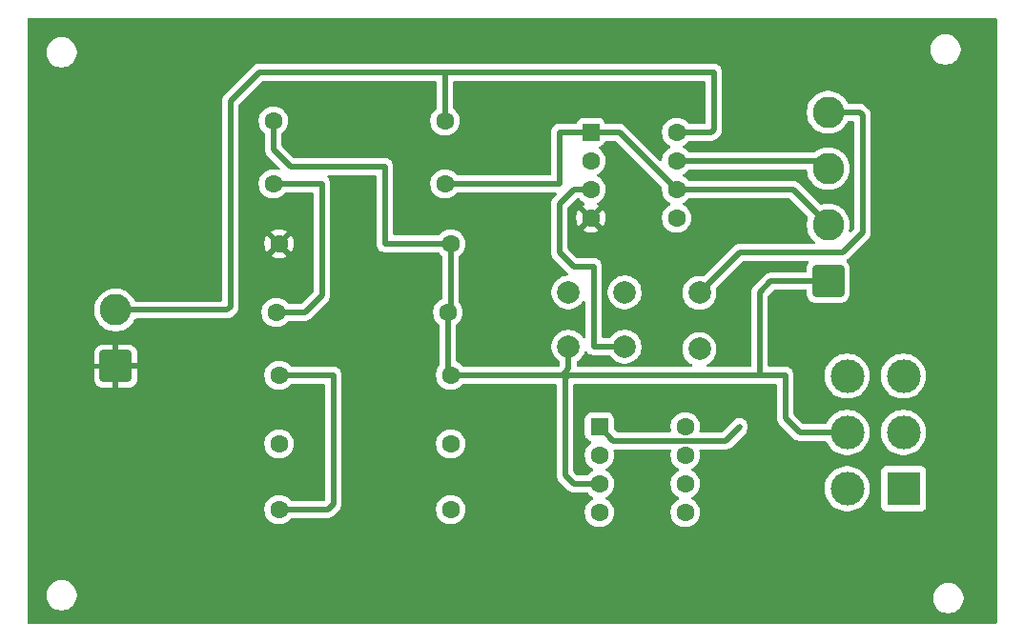
<source format=gbr>
%TF.GenerationSoftware,KiCad,Pcbnew,9.0.5*%
%TF.CreationDate,2026-02-21T14:17:58+05:30*%
%TF.ProjectId,gignal generatoe(sine _ sqaure _ triangle),6769676e-616c-4206-9765-6e657261746f,rev?*%
%TF.SameCoordinates,Original*%
%TF.FileFunction,Copper,L1,Top*%
%TF.FilePolarity,Positive*%
%FSLAX46Y46*%
G04 Gerber Fmt 4.6, Leading zero omitted, Abs format (unit mm)*
G04 Created by KiCad (PCBNEW 9.0.5) date 2026-02-21 14:17:58*
%MOMM*%
%LPD*%
G01*
G04 APERTURE LIST*
G04 Aperture macros list*
%AMRoundRect*
0 Rectangle with rounded corners*
0 $1 Rounding radius*
0 $2 $3 $4 $5 $6 $7 $8 $9 X,Y pos of 4 corners*
0 Add a 4 corners polygon primitive as box body*
4,1,4,$2,$3,$4,$5,$6,$7,$8,$9,$2,$3,0*
0 Add four circle primitives for the rounded corners*
1,1,$1+$1,$2,$3*
1,1,$1+$1,$4,$5*
1,1,$1+$1,$6,$7*
1,1,$1+$1,$8,$9*
0 Add four rect primitives between the rounded corners*
20,1,$1+$1,$2,$3,$4,$5,0*
20,1,$1+$1,$4,$5,$6,$7,0*
20,1,$1+$1,$6,$7,$8,$9,0*
20,1,$1+$1,$8,$9,$2,$3,0*%
G04 Aperture macros list end*
%TA.AperFunction,ComponentPad*%
%ADD10C,1.600000*%
%TD*%
%TA.AperFunction,ComponentPad*%
%ADD11RoundRect,0.250000X-0.550000X-0.550000X0.550000X-0.550000X0.550000X0.550000X-0.550000X0.550000X0*%
%TD*%
%TA.AperFunction,ComponentPad*%
%ADD12C,3.000000*%
%TD*%
%TA.AperFunction,ComponentPad*%
%ADD13R,3.000000X3.000000*%
%TD*%
%TA.AperFunction,ComponentPad*%
%ADD14RoundRect,0.250001X1.149999X-1.149999X1.149999X1.149999X-1.149999X1.149999X-1.149999X-1.149999X0*%
%TD*%
%TA.AperFunction,ComponentPad*%
%ADD15C,2.800000*%
%TD*%
%TA.AperFunction,ComponentPad*%
%ADD16C,2.000000*%
%TD*%
%TA.AperFunction,ViaPad*%
%ADD17C,0.500000*%
%TD*%
%TA.AperFunction,Conductor*%
%ADD18C,0.500000*%
%TD*%
G04 APERTURE END LIST*
D10*
%TO.P,U2,8*%
%TO.N,N/C*%
X171704000Y-51562000D03*
%TO.P,U2,7*%
X171704000Y-54102000D03*
%TO.P,U2,6*%
X171704000Y-56642000D03*
%TO.P,U2,5*%
X171704000Y-59182000D03*
%TO.P,U2,4*%
X164084000Y-59182000D03*
%TO.P,U2,3,+*%
%TO.N,Net-(J2-Pin_1)*%
X164084000Y-56642000D03*
%TO.P,U2,2,-*%
%TO.N,Net-(U2A--)*%
X164084000Y-54102000D03*
D11*
%TO.P,U2,1*%
%TO.N,TRIANGLE*%
X164084000Y-51562000D03*
%TD*%
D12*
%TO.P,RV2,6,6*%
%TO.N,unconnected-(RV2-Pad6)*%
X186092000Y-47070000D03*
%TO.P,RV2,5,5*%
%TO.N,Net-(J2-Pin_1)*%
X186092000Y-52070000D03*
%TO.P,RV2,4,4*%
%TO.N,Net-(U1A-+)*%
X186092000Y-57070000D03*
%TO.P,RV2,3,3*%
%TO.N,unconnected-(RV2-Pad3)*%
X191092000Y-47070000D03*
%TO.P,RV2,2,2*%
%TO.N,Net-(U1A-+)*%
X191092000Y-52070000D03*
D13*
%TO.P,RV2,1,1*%
%TO.N,Net-(C1-Pad1)*%
X191092000Y-57070000D03*
%TD*%
D10*
%TO.P,R2,2*%
%TO.N,SINE*%
X150368000Y-29972000D03*
%TO.P,R2,1*%
%TO.N,Net-(U1A--)*%
X135128000Y-29972000D03*
%TD*%
%TO.P,R3,2*%
%TO.N,Net-(J2-Pin_1)*%
X150876000Y-35306000D03*
%TO.P,R3,1*%
%TO.N,12v-*%
X135636000Y-35306000D03*
%TD*%
D11*
%TO.P,U1,1*%
%TO.N,SINE*%
X163322000Y-25400000D03*
D10*
%TO.P,U1,2,-*%
%TO.N,Net-(U1A--)*%
X163322000Y-27940000D03*
%TO.P,U1,3,+*%
%TO.N,Net-(U1A-+)*%
X163322000Y-30480000D03*
%TO.P,U1,4,V-*%
%TO.N,12v-*%
X163322000Y-33020000D03*
%TO.P,U1,5,+*%
%TO.N,Net-(U1B-+)*%
X170942000Y-33020000D03*
%TO.P,U1,6,-*%
%TO.N,SINE*%
X170942000Y-30480000D03*
%TO.P,U1,7*%
%TO.N,SQUARE*%
X170942000Y-27940000D03*
%TO.P,U1,8,V+*%
%TO.N,12v+*%
X170942000Y-25400000D03*
%TD*%
%TO.P,R7,1*%
%TO.N,SINE*%
X150876000Y-53086000D03*
%TO.P,R7,2*%
%TO.N,Net-(U2A--)*%
X135636000Y-53086000D03*
%TD*%
%TO.P,R6,1*%
%TO.N,Net-(U1B-+)*%
X135636000Y-46990000D03*
%TO.P,R6,2*%
%TO.N,Net-(J2-Pin_1)*%
X150876000Y-46990000D03*
%TD*%
%TO.P,R5,1*%
%TO.N,SQUARE*%
X150876000Y-58928000D03*
%TO.P,R5,2*%
%TO.N,Net-(U1B-+)*%
X135636000Y-58928000D03*
%TD*%
%TO.P,R4,2*%
%TO.N,Net-(U1A--)*%
X135382000Y-41402000D03*
%TO.P,R4,1*%
%TO.N,Net-(J2-Pin_1)*%
X150622000Y-41402000D03*
%TD*%
%TO.P,R1,1*%
%TO.N,Net-(J2-Pin_1)*%
X135128000Y-24384000D03*
%TO.P,R1,2*%
%TO.N,12v+*%
X150368000Y-24384000D03*
%TD*%
D14*
%TO.P,J2,1,Pin_1*%
%TO.N,Net-(J2-Pin_1)*%
X184404000Y-38622000D03*
D15*
%TO.P,J2,2,Pin_2*%
%TO.N,SINE*%
X184404000Y-33622000D03*
%TO.P,J2,3,Pin_3*%
%TO.N,SQUARE*%
X184404000Y-28622000D03*
%TO.P,J2,4,Pin_4*%
%TO.N,TRIANGLE*%
X184404000Y-23622000D03*
%TD*%
D14*
%TO.P,J1,1,Pin_1*%
%TO.N,12v-*%
X121125500Y-46192000D03*
D15*
%TO.P,J1,2,Pin_2*%
%TO.N,12v+*%
X121125500Y-41192000D03*
%TD*%
D16*
%TO.P,C3,1*%
%TO.N,Net-(U2A--)*%
X172974000Y-44664000D03*
%TO.P,C3,2*%
%TO.N,TRIANGLE*%
X172974000Y-39664000D03*
%TD*%
%TO.P,C2,1*%
%TO.N,Net-(J2-Pin_1)*%
X161330000Y-44450000D03*
%TO.P,C2,2*%
%TO.N,Net-(U1A-+)*%
X166330000Y-44450000D03*
%TD*%
%TO.P,C1,1*%
%TO.N,Net-(C1-Pad1)*%
X166330000Y-39624000D03*
%TO.P,C1,2*%
%TO.N,SINE*%
X161330000Y-39624000D03*
%TD*%
D17*
%TO.N,TRIANGLE*%
X176530000Y-51562000D03*
%TD*%
D18*
%TO.N,TRIANGLE*%
X165335000Y-52813000D02*
X164084000Y-51562000D01*
X175279000Y-52813000D02*
X165335000Y-52813000D01*
X176530000Y-51562000D02*
X175279000Y-52813000D01*
X187198000Y-23622000D02*
X184404000Y-23622000D01*
X187452000Y-23876000D02*
X187198000Y-23622000D01*
X187452000Y-34290000D02*
X187452000Y-23876000D01*
X185674000Y-36068000D02*
X187452000Y-34290000D01*
X176570000Y-36068000D02*
X185674000Y-36068000D01*
X172974000Y-39664000D02*
X176570000Y-36068000D01*
%TO.N,SINE*%
X181262000Y-30480000D02*
X184404000Y-33622000D01*
X170942000Y-30480000D02*
X181262000Y-30480000D01*
%TO.N,SQUARE*%
X183722000Y-27940000D02*
X184404000Y-28622000D01*
X170942000Y-27940000D02*
X183722000Y-27940000D01*
%TO.N,12v+*%
X174244000Y-20066000D02*
X150368000Y-20066000D01*
X174244000Y-25146000D02*
X174244000Y-20066000D01*
X173990000Y-25400000D02*
X174244000Y-25146000D01*
X170942000Y-25400000D02*
X173990000Y-25400000D01*
%TO.N,Net-(U1A-+)*%
X163576000Y-44450000D02*
X166330000Y-44450000D01*
X163576000Y-37338000D02*
X163576000Y-44450000D01*
X161798000Y-37338000D02*
X163576000Y-37338000D01*
X161544000Y-37084000D02*
X161798000Y-37338000D01*
X160528000Y-31750000D02*
X160528000Y-36068000D01*
X160528000Y-36068000D02*
X161544000Y-37084000D01*
X163322000Y-30480000D02*
X161798000Y-30480000D01*
X161798000Y-30480000D02*
X160528000Y-31750000D01*
%TO.N,SINE*%
X160528000Y-25400000D02*
X163322000Y-25400000D01*
X160528000Y-29972000D02*
X160528000Y-25400000D01*
X150368000Y-29972000D02*
X160528000Y-29972000D01*
X165862000Y-25400000D02*
X170942000Y-30480000D01*
X163322000Y-25400000D02*
X165862000Y-25400000D01*
%TO.N,Net-(U1B-+)*%
X139954000Y-58928000D02*
X135636000Y-58928000D01*
X140462000Y-58420000D02*
X139954000Y-58928000D01*
X140462000Y-46990000D02*
X140462000Y-58420000D01*
X135636000Y-46990000D02*
X140462000Y-46990000D01*
%TO.N,Net-(U1A--)*%
X137922000Y-41402000D02*
X135382000Y-41402000D01*
X139446000Y-39878000D02*
X137922000Y-41402000D01*
X139446000Y-29972000D02*
X139446000Y-39878000D01*
X135128000Y-29972000D02*
X139446000Y-29972000D01*
%TO.N,Net-(J2-Pin_1)*%
X161036000Y-55880000D02*
X161036000Y-47244000D01*
X160782000Y-46990000D02*
X161290000Y-46990000D01*
X161798000Y-56642000D02*
X161036000Y-55880000D01*
X164084000Y-56642000D02*
X161798000Y-56642000D01*
X161036000Y-47244000D02*
X161290000Y-46990000D01*
X184404000Y-38622000D02*
X179310000Y-38622000D01*
X178308000Y-46990000D02*
X180594000Y-46990000D01*
X179310000Y-38622000D02*
X178308000Y-39624000D01*
X178308000Y-39624000D02*
X178308000Y-46990000D01*
X181864000Y-52070000D02*
X186092000Y-52070000D01*
X180594000Y-50800000D02*
X181864000Y-52070000D01*
X180594000Y-46990000D02*
X180594000Y-50800000D01*
X161290000Y-46990000D02*
X178308000Y-46990000D01*
X161330000Y-46442000D02*
X160782000Y-46990000D01*
X161330000Y-44450000D02*
X161330000Y-46442000D01*
X150876000Y-46990000D02*
X160782000Y-46990000D01*
X150622000Y-46736000D02*
X150876000Y-46990000D01*
X150622000Y-41402000D02*
X150622000Y-46736000D01*
X150876000Y-41148000D02*
X150622000Y-41402000D01*
X150876000Y-35306000D02*
X150876000Y-41148000D01*
X136652000Y-28448000D02*
X145034000Y-28448000D01*
X145034000Y-28448000D02*
X145034000Y-35306000D01*
X145034000Y-35306000D02*
X150876000Y-35306000D01*
X135128000Y-26924000D02*
X136652000Y-28448000D01*
X135128000Y-24384000D02*
X135128000Y-26924000D01*
%TO.N,12v-*%
X133604000Y-37338000D02*
X135636000Y-35306000D01*
X133604000Y-46228000D02*
X133604000Y-37338000D01*
X133568000Y-46192000D02*
X133604000Y-46228000D01*
X121125500Y-46192000D02*
X133568000Y-46192000D01*
%TO.N,12v+*%
X150368000Y-20066000D02*
X150368000Y-24384000D01*
X131318000Y-40894000D02*
X131318000Y-22606000D01*
X133858000Y-20066000D02*
X150368000Y-20066000D01*
X131020000Y-41192000D02*
X131318000Y-40894000D01*
X131318000Y-22606000D02*
X133858000Y-20066000D01*
X121125500Y-41192000D02*
X131020000Y-41192000D01*
%TD*%
%TA.AperFunction,Conductor*%
%TO.N,12v-*%
G36*
X165566809Y-26170185D02*
G01*
X165587451Y-26186819D01*
X169615526Y-30214894D01*
X169649011Y-30276217D01*
X169650318Y-30321972D01*
X169641500Y-30377647D01*
X169641500Y-30582351D01*
X169673522Y-30784534D01*
X169736781Y-30979223D01*
X169829715Y-31161613D01*
X169950028Y-31327213D01*
X170094786Y-31471971D01*
X170249749Y-31584556D01*
X170260390Y-31592287D01*
X170351840Y-31638883D01*
X170353080Y-31639515D01*
X170403876Y-31687490D01*
X170420671Y-31755311D01*
X170398134Y-31821446D01*
X170353080Y-31860485D01*
X170260386Y-31907715D01*
X170094786Y-32028028D01*
X169950028Y-32172786D01*
X169829715Y-32338386D01*
X169736781Y-32520776D01*
X169673522Y-32715465D01*
X169641500Y-32917648D01*
X169641500Y-33122351D01*
X169673522Y-33324534D01*
X169736781Y-33519223D01*
X169800691Y-33644653D01*
X169829585Y-33701359D01*
X169829715Y-33701613D01*
X169950028Y-33867213D01*
X170094786Y-34011971D01*
X170234636Y-34113576D01*
X170260390Y-34132287D01*
X170376607Y-34191503D01*
X170442776Y-34225218D01*
X170442778Y-34225218D01*
X170442781Y-34225220D01*
X170547137Y-34259127D01*
X170637465Y-34288477D01*
X170738557Y-34304488D01*
X170839648Y-34320500D01*
X170839649Y-34320500D01*
X171044351Y-34320500D01*
X171044352Y-34320500D01*
X171246534Y-34288477D01*
X171441219Y-34225220D01*
X171623610Y-34132287D01*
X171784424Y-34015450D01*
X171789213Y-34011971D01*
X171789215Y-34011968D01*
X171789219Y-34011966D01*
X171933966Y-33867219D01*
X171933968Y-33867215D01*
X171933971Y-33867213D01*
X172021618Y-33746575D01*
X172054287Y-33701610D01*
X172147220Y-33519219D01*
X172210477Y-33324534D01*
X172242500Y-33122352D01*
X172242500Y-32917648D01*
X172220639Y-32779623D01*
X172210477Y-32715465D01*
X172161221Y-32563873D01*
X172147220Y-32520781D01*
X172147218Y-32520778D01*
X172147218Y-32520776D01*
X172113503Y-32454607D01*
X172054287Y-32338390D01*
X172022092Y-32294077D01*
X171933971Y-32172786D01*
X171789213Y-32028028D01*
X171623614Y-31907715D01*
X171617006Y-31904348D01*
X171530917Y-31860483D01*
X171480123Y-31812511D01*
X171463328Y-31744690D01*
X171485865Y-31678555D01*
X171530917Y-31639516D01*
X171623610Y-31592287D01*
X171644770Y-31576913D01*
X171789213Y-31471971D01*
X171789215Y-31471968D01*
X171789219Y-31471966D01*
X171933966Y-31327219D01*
X171936650Y-31323524D01*
X171967100Y-31281615D01*
X172022429Y-31238949D01*
X172067418Y-31230500D01*
X180899770Y-31230500D01*
X180966809Y-31250185D01*
X180987451Y-31266819D01*
X182579965Y-32859333D01*
X182613450Y-32920656D01*
X182608466Y-32990348D01*
X182606847Y-32994462D01*
X182600502Y-33009779D01*
X182600499Y-33009790D01*
X182536017Y-33250438D01*
X182503501Y-33497424D01*
X182503500Y-33497441D01*
X182503500Y-33746558D01*
X182503501Y-33746575D01*
X182536017Y-33993561D01*
X182600498Y-34234207D01*
X182695830Y-34464361D01*
X182695837Y-34464376D01*
X182820400Y-34680126D01*
X182972060Y-34877774D01*
X182972066Y-34877781D01*
X183148218Y-35053933D01*
X183148225Y-35053939D01*
X183201898Y-35095124D01*
X183243101Y-35151552D01*
X183247256Y-35221298D01*
X183213044Y-35282218D01*
X183151326Y-35314971D01*
X183126412Y-35317500D01*
X176496080Y-35317500D01*
X176351092Y-35346340D01*
X176351082Y-35346343D01*
X176214509Y-35402913D01*
X176180703Y-35425502D01*
X176091582Y-35485049D01*
X176091581Y-35485050D01*
X173413911Y-38162719D01*
X173352588Y-38196204D01*
X173306832Y-38197511D01*
X173092097Y-38163500D01*
X173092092Y-38163500D01*
X172855908Y-38163500D01*
X172855903Y-38163500D01*
X172622631Y-38200446D01*
X172398003Y-38273433D01*
X172187566Y-38380657D01*
X172078550Y-38459862D01*
X171996490Y-38519483D01*
X171996488Y-38519485D01*
X171996487Y-38519485D01*
X171829485Y-38686487D01*
X171829485Y-38686488D01*
X171829483Y-38686490D01*
X171784835Y-38747943D01*
X171690657Y-38877566D01*
X171583433Y-39088003D01*
X171510446Y-39312631D01*
X171473500Y-39545902D01*
X171473500Y-39782097D01*
X171510446Y-40015368D01*
X171583433Y-40239996D01*
X171670276Y-40410433D01*
X171690657Y-40450433D01*
X171829483Y-40641510D01*
X171996490Y-40808517D01*
X172187567Y-40947343D01*
X172242736Y-40975453D01*
X172398003Y-41054566D01*
X172398005Y-41054566D01*
X172398008Y-41054568D01*
X172499525Y-41087553D01*
X172622631Y-41127553D01*
X172855903Y-41164500D01*
X172855908Y-41164500D01*
X173092097Y-41164500D01*
X173325368Y-41127553D01*
X173334764Y-41124500D01*
X173549992Y-41054568D01*
X173760433Y-40947343D01*
X173951510Y-40808517D01*
X174118517Y-40641510D01*
X174257343Y-40450433D01*
X174364568Y-40239992D01*
X174437553Y-40015368D01*
X174443888Y-39975368D01*
X174474500Y-39782097D01*
X174474500Y-39545902D01*
X174440488Y-39331165D01*
X174449442Y-39261872D01*
X174475277Y-39224089D01*
X176844549Y-36854819D01*
X176905872Y-36821334D01*
X176932230Y-36818500D01*
X182553128Y-36818500D01*
X182620167Y-36838185D01*
X182665922Y-36890989D01*
X182675866Y-36960147D01*
X182658666Y-37007597D01*
X182569187Y-37152663D01*
X182569186Y-37152664D01*
X182514001Y-37319203D01*
X182514000Y-37319204D01*
X182503500Y-37421984D01*
X182503500Y-37747500D01*
X182483815Y-37814539D01*
X182431011Y-37860294D01*
X182379500Y-37871500D01*
X179236080Y-37871500D01*
X179091092Y-37900340D01*
X179091086Y-37900342D01*
X178954508Y-37956914D01*
X178954496Y-37956921D01*
X178905269Y-37989813D01*
X178831588Y-38039044D01*
X178831580Y-38039050D01*
X177725049Y-39145581D01*
X177685380Y-39204950D01*
X177685381Y-39204951D01*
X177642914Y-39268508D01*
X177586343Y-39405082D01*
X177586340Y-39405092D01*
X177557500Y-39550079D01*
X177557500Y-46115500D01*
X177537815Y-46182539D01*
X177485011Y-46228294D01*
X177433500Y-46239500D01*
X173703540Y-46239500D01*
X173636501Y-46219815D01*
X173590746Y-46167011D01*
X173580802Y-46097853D01*
X173609827Y-46034297D01*
X173647245Y-46005015D01*
X173760433Y-45947343D01*
X173951510Y-45808517D01*
X174118517Y-45641510D01*
X174257343Y-45450433D01*
X174364568Y-45239992D01*
X174437553Y-45015368D01*
X174451216Y-44929105D01*
X174474500Y-44782097D01*
X174474500Y-44545902D01*
X174437553Y-44312631D01*
X174368020Y-44098632D01*
X174364568Y-44088008D01*
X174364566Y-44088005D01*
X174364566Y-44088003D01*
X174257342Y-43877566D01*
X174254757Y-43874008D01*
X174118517Y-43686490D01*
X173951510Y-43519483D01*
X173760433Y-43380657D01*
X173549996Y-43273433D01*
X173325368Y-43200446D01*
X173092097Y-43163500D01*
X173092092Y-43163500D01*
X172855908Y-43163500D01*
X172855903Y-43163500D01*
X172622631Y-43200446D01*
X172398003Y-43273433D01*
X172187566Y-43380657D01*
X172078550Y-43459862D01*
X171996490Y-43519483D01*
X171996488Y-43519485D01*
X171996487Y-43519485D01*
X171829485Y-43686487D01*
X171829485Y-43686488D01*
X171829483Y-43686490D01*
X171822079Y-43696681D01*
X171690657Y-43877566D01*
X171583433Y-44088003D01*
X171510446Y-44312631D01*
X171473500Y-44545902D01*
X171473500Y-44782097D01*
X171510446Y-45015368D01*
X171583433Y-45239996D01*
X171599719Y-45271958D01*
X171690657Y-45450433D01*
X171829483Y-45641510D01*
X171996490Y-45808517D01*
X172187567Y-45947343D01*
X172300755Y-46005015D01*
X172351551Y-46052990D01*
X172368346Y-46120811D01*
X172345809Y-46186945D01*
X172291094Y-46230397D01*
X172244460Y-46239500D01*
X162204500Y-46239500D01*
X162137461Y-46219815D01*
X162091706Y-46167011D01*
X162080500Y-46115500D01*
X162080500Y-45822631D01*
X162100185Y-45755592D01*
X162131614Y-45722313D01*
X162307510Y-45594517D01*
X162474517Y-45427510D01*
X162613343Y-45236433D01*
X162720568Y-45025992D01*
X162752049Y-44929103D01*
X162791485Y-44871430D01*
X162855844Y-44844231D01*
X162924690Y-44856146D01*
X162973081Y-44898533D01*
X162993045Y-44928411D01*
X162993051Y-44928419D01*
X163097580Y-45032948D01*
X163097584Y-45032951D01*
X163220498Y-45115080D01*
X163220511Y-45115087D01*
X163356952Y-45171602D01*
X163357087Y-45171658D01*
X163357091Y-45171658D01*
X163357092Y-45171659D01*
X163502079Y-45200500D01*
X163502082Y-45200500D01*
X163649918Y-45200500D01*
X164957369Y-45200500D01*
X165024408Y-45220185D01*
X165057685Y-45251613D01*
X165185483Y-45427510D01*
X165352490Y-45594517D01*
X165543567Y-45733343D01*
X165642783Y-45783896D01*
X165754003Y-45840566D01*
X165754005Y-45840566D01*
X165754008Y-45840568D01*
X165868328Y-45877713D01*
X165978631Y-45913553D01*
X166211903Y-45950500D01*
X166211908Y-45950500D01*
X166448097Y-45950500D01*
X166681368Y-45913553D01*
X166905992Y-45840568D01*
X167116433Y-45733343D01*
X167307510Y-45594517D01*
X167474517Y-45427510D01*
X167613343Y-45236433D01*
X167720568Y-45025992D01*
X167793553Y-44801368D01*
X167814532Y-44668913D01*
X167830500Y-44568097D01*
X167830500Y-44331902D01*
X167793553Y-44098631D01*
X167720566Y-43874003D01*
X167664002Y-43762991D01*
X167613343Y-43663567D01*
X167474517Y-43472490D01*
X167307510Y-43305483D01*
X167116433Y-43166657D01*
X167110237Y-43163500D01*
X166905996Y-43059433D01*
X166681368Y-42986446D01*
X166448097Y-42949500D01*
X166448092Y-42949500D01*
X166211908Y-42949500D01*
X166211903Y-42949500D01*
X165978631Y-42986446D01*
X165754003Y-43059433D01*
X165543566Y-43166657D01*
X165497059Y-43200447D01*
X165352490Y-43305483D01*
X165352488Y-43305485D01*
X165352487Y-43305485D01*
X165185485Y-43472487D01*
X165185485Y-43472488D01*
X165185483Y-43472490D01*
X165111773Y-43573943D01*
X165057687Y-43648386D01*
X165002357Y-43691051D01*
X164957369Y-43699500D01*
X164450500Y-43699500D01*
X164383461Y-43679815D01*
X164337706Y-43627011D01*
X164326500Y-43575500D01*
X164326500Y-39505902D01*
X164829500Y-39505902D01*
X164829500Y-39742097D01*
X164866446Y-39975368D01*
X164939433Y-40199996D01*
X165033446Y-40384505D01*
X165046657Y-40410433D01*
X165185483Y-40601510D01*
X165352490Y-40768517D01*
X165543567Y-40907343D01*
X165642991Y-40958002D01*
X165754003Y-41014566D01*
X165754005Y-41014566D01*
X165754008Y-41014568D01*
X165874412Y-41053689D01*
X165978631Y-41087553D01*
X166211903Y-41124500D01*
X166211908Y-41124500D01*
X166448097Y-41124500D01*
X166681368Y-41087553D01*
X166743266Y-41067441D01*
X166905992Y-41014568D01*
X167116433Y-40907343D01*
X167307510Y-40768517D01*
X167474517Y-40601510D01*
X167613343Y-40410433D01*
X167720568Y-40199992D01*
X167793553Y-39975368D01*
X167801563Y-39924795D01*
X167830500Y-39742097D01*
X167830500Y-39505902D01*
X167793553Y-39272631D01*
X167720566Y-39048003D01*
X167630215Y-38870681D01*
X167613343Y-38837567D01*
X167474517Y-38646490D01*
X167307510Y-38479483D01*
X167116433Y-38340657D01*
X167081748Y-38322984D01*
X166905996Y-38233433D01*
X166681368Y-38160446D01*
X166448097Y-38123500D01*
X166448092Y-38123500D01*
X166211908Y-38123500D01*
X166211903Y-38123500D01*
X165978631Y-38160446D01*
X165754003Y-38233433D01*
X165543566Y-38340657D01*
X165434550Y-38419862D01*
X165352490Y-38479483D01*
X165352488Y-38479485D01*
X165352487Y-38479485D01*
X165185485Y-38646487D01*
X165185485Y-38646488D01*
X165185483Y-38646490D01*
X165156423Y-38686488D01*
X165046657Y-38837566D01*
X164939433Y-39048003D01*
X164866446Y-39272631D01*
X164829500Y-39505902D01*
X164326500Y-39505902D01*
X164326500Y-37264079D01*
X164297659Y-37119092D01*
X164297658Y-37119091D01*
X164297658Y-37119087D01*
X164297656Y-37119082D01*
X164241087Y-36982511D01*
X164241080Y-36982498D01*
X164158951Y-36859584D01*
X164158948Y-36859580D01*
X164054419Y-36755051D01*
X164054415Y-36755048D01*
X163931501Y-36672919D01*
X163931488Y-36672912D01*
X163794917Y-36616343D01*
X163794907Y-36616340D01*
X163649920Y-36587500D01*
X163649918Y-36587500D01*
X162160230Y-36587500D01*
X162093191Y-36567815D01*
X162072549Y-36551181D01*
X161314819Y-35793451D01*
X161281334Y-35732128D01*
X161278500Y-35705770D01*
X161278500Y-32112229D01*
X161298185Y-32045190D01*
X161314819Y-32024548D01*
X162072548Y-31266819D01*
X162099475Y-31252115D01*
X162125294Y-31235523D01*
X162131494Y-31234631D01*
X162133871Y-31233334D01*
X162160229Y-31230500D01*
X162196582Y-31230500D01*
X162263621Y-31250185D01*
X162296900Y-31281615D01*
X162330028Y-31327212D01*
X162330032Y-31327217D01*
X162474786Y-31471971D01*
X162640385Y-31592284D01*
X162640387Y-31592285D01*
X162640390Y-31592287D01*
X162733080Y-31639515D01*
X162733630Y-31639795D01*
X162784426Y-31687770D01*
X162801221Y-31755591D01*
X162778684Y-31821725D01*
X162733630Y-31860765D01*
X162640644Y-31908143D01*
X162596077Y-31940523D01*
X162596077Y-31940524D01*
X163275554Y-32620000D01*
X163269339Y-32620000D01*
X163167606Y-32647259D01*
X163076394Y-32699920D01*
X163001920Y-32774394D01*
X162949259Y-32865606D01*
X162922000Y-32967339D01*
X162922000Y-32973553D01*
X162242524Y-32294077D01*
X162242523Y-32294077D01*
X162210143Y-32338644D01*
X162117244Y-32520968D01*
X162054009Y-32715582D01*
X162022000Y-32917682D01*
X162022000Y-33122317D01*
X162054009Y-33324417D01*
X162117244Y-33519031D01*
X162210141Y-33701350D01*
X162210147Y-33701359D01*
X162242523Y-33745921D01*
X162242524Y-33745922D01*
X162922000Y-33066446D01*
X162922000Y-33072661D01*
X162949259Y-33174394D01*
X163001920Y-33265606D01*
X163076394Y-33340080D01*
X163167606Y-33392741D01*
X163269339Y-33420000D01*
X163275553Y-33420000D01*
X162596076Y-34099474D01*
X162640650Y-34131859D01*
X162822968Y-34224755D01*
X163017582Y-34287990D01*
X163219683Y-34320000D01*
X163424317Y-34320000D01*
X163626417Y-34287990D01*
X163821031Y-34224755D01*
X164003349Y-34131859D01*
X164047921Y-34099474D01*
X163368447Y-33420000D01*
X163374661Y-33420000D01*
X163476394Y-33392741D01*
X163567606Y-33340080D01*
X163642080Y-33265606D01*
X163694741Y-33174394D01*
X163722000Y-33072661D01*
X163722000Y-33066448D01*
X164401474Y-33745922D01*
X164401474Y-33745921D01*
X164433859Y-33701349D01*
X164526755Y-33519031D01*
X164589990Y-33324417D01*
X164622000Y-33122317D01*
X164622000Y-32917682D01*
X164589990Y-32715582D01*
X164526755Y-32520968D01*
X164433859Y-32338650D01*
X164401474Y-32294077D01*
X164401474Y-32294076D01*
X163722000Y-32973551D01*
X163722000Y-32967339D01*
X163694741Y-32865606D01*
X163642080Y-32774394D01*
X163567606Y-32699920D01*
X163476394Y-32647259D01*
X163374661Y-32620000D01*
X163368446Y-32620000D01*
X164047922Y-31940524D01*
X164047921Y-31940523D01*
X164003359Y-31908147D01*
X164003350Y-31908141D01*
X163910369Y-31860765D01*
X163859573Y-31812790D01*
X163842778Y-31744969D01*
X163865315Y-31678835D01*
X163910370Y-31639795D01*
X163910920Y-31639515D01*
X164003610Y-31592287D01*
X164053144Y-31556298D01*
X164169213Y-31471971D01*
X164169215Y-31471968D01*
X164169219Y-31471966D01*
X164313966Y-31327219D01*
X164313968Y-31327215D01*
X164313971Y-31327213D01*
X164378097Y-31238949D01*
X164434287Y-31161610D01*
X164527220Y-30979219D01*
X164590477Y-30784534D01*
X164622500Y-30582352D01*
X164622500Y-30377648D01*
X164590477Y-30175466D01*
X164527220Y-29980781D01*
X164527218Y-29980778D01*
X164527218Y-29980776D01*
X164484555Y-29897046D01*
X164434287Y-29798390D01*
X164426556Y-29787749D01*
X164313971Y-29632786D01*
X164169213Y-29488028D01*
X164003614Y-29367715D01*
X163966605Y-29348858D01*
X163910917Y-29320483D01*
X163860123Y-29272511D01*
X163843328Y-29204690D01*
X163865865Y-29138555D01*
X163910917Y-29099516D01*
X164003610Y-29052287D01*
X164103067Y-28980028D01*
X164169213Y-28931971D01*
X164169215Y-28931968D01*
X164169219Y-28931966D01*
X164313966Y-28787219D01*
X164313968Y-28787215D01*
X164313971Y-28787213D01*
X164398040Y-28671500D01*
X164434287Y-28621610D01*
X164527220Y-28439219D01*
X164590477Y-28244534D01*
X164622500Y-28042352D01*
X164622500Y-27837648D01*
X164590477Y-27635466D01*
X164527220Y-27440781D01*
X164527218Y-27440778D01*
X164527218Y-27440776D01*
X164470127Y-27328730D01*
X164434287Y-27258390D01*
X164426556Y-27247749D01*
X164313971Y-27092786D01*
X164169219Y-26948034D01*
X164122141Y-26913830D01*
X164075547Y-26879978D01*
X164032882Y-26824649D01*
X164026903Y-26755036D01*
X164059508Y-26693240D01*
X164109426Y-26661955D01*
X164191334Y-26634814D01*
X164340656Y-26542712D01*
X164464712Y-26418656D01*
X164556814Y-26269334D01*
X164568028Y-26235494D01*
X164607801Y-26178050D01*
X164672317Y-26151228D01*
X164685733Y-26150500D01*
X165499770Y-26150500D01*
X165566809Y-26170185D01*
G37*
%TD.AperFunction*%
%TA.AperFunction,Conductor*%
G36*
X199340539Y-15252185D02*
G01*
X199386294Y-15304989D01*
X199397500Y-15356500D01*
X199397500Y-68971500D01*
X199377815Y-69038539D01*
X199325011Y-69084294D01*
X199273500Y-69095500D01*
X113400500Y-69095500D01*
X113333461Y-69075815D01*
X113287706Y-69023011D01*
X113276500Y-68971500D01*
X113276500Y-66441713D01*
X114981500Y-66441713D01*
X114981500Y-66654286D01*
X115014753Y-66864239D01*
X115080444Y-67066414D01*
X115176951Y-67255820D01*
X115301890Y-67427786D01*
X115452213Y-67578109D01*
X115624179Y-67703048D01*
X115624181Y-67703049D01*
X115624184Y-67703051D01*
X115813588Y-67799557D01*
X116015757Y-67865246D01*
X116225713Y-67898500D01*
X116225714Y-67898500D01*
X116438286Y-67898500D01*
X116438287Y-67898500D01*
X116648243Y-67865246D01*
X116850412Y-67799557D01*
X117039816Y-67703051D01*
X117069085Y-67681786D01*
X117211786Y-67578109D01*
X117211788Y-67578106D01*
X117211792Y-67578104D01*
X117362104Y-67427792D01*
X117362106Y-67427788D01*
X117362109Y-67427786D01*
X117487048Y-67255820D01*
X117487047Y-67255820D01*
X117487051Y-67255816D01*
X117583557Y-67066412D01*
X117649246Y-66864243D01*
X117675939Y-66695713D01*
X193721500Y-66695713D01*
X193721500Y-66908286D01*
X193746544Y-67066412D01*
X193754754Y-67118243D01*
X193799454Y-67255816D01*
X193820444Y-67320414D01*
X193916951Y-67509820D01*
X194041890Y-67681786D01*
X194192213Y-67832109D01*
X194364179Y-67957048D01*
X194364181Y-67957049D01*
X194364184Y-67957051D01*
X194553588Y-68053557D01*
X194755757Y-68119246D01*
X194965713Y-68152500D01*
X194965714Y-68152500D01*
X195178286Y-68152500D01*
X195178287Y-68152500D01*
X195388243Y-68119246D01*
X195590412Y-68053557D01*
X195779816Y-67957051D01*
X195906176Y-67865246D01*
X195951786Y-67832109D01*
X195951788Y-67832106D01*
X195951792Y-67832104D01*
X196102104Y-67681792D01*
X196102106Y-67681788D01*
X196102109Y-67681786D01*
X196227048Y-67509820D01*
X196227047Y-67509820D01*
X196227051Y-67509816D01*
X196323557Y-67320412D01*
X196389246Y-67118243D01*
X196422500Y-66908287D01*
X196422500Y-66695713D01*
X196389246Y-66485757D01*
X196323557Y-66283588D01*
X196227051Y-66094184D01*
X196227049Y-66094181D01*
X196227048Y-66094179D01*
X196102109Y-65922213D01*
X195951786Y-65771890D01*
X195779820Y-65646951D01*
X195590414Y-65550444D01*
X195590413Y-65550443D01*
X195590412Y-65550443D01*
X195388243Y-65484754D01*
X195388241Y-65484753D01*
X195388240Y-65484753D01*
X195226957Y-65459208D01*
X195178287Y-65451500D01*
X194965713Y-65451500D01*
X194917042Y-65459208D01*
X194755760Y-65484753D01*
X194553585Y-65550444D01*
X194364179Y-65646951D01*
X194192213Y-65771890D01*
X194041890Y-65922213D01*
X193916951Y-66094179D01*
X193820444Y-66283585D01*
X193754753Y-66485760D01*
X193721500Y-66695713D01*
X117675939Y-66695713D01*
X117682500Y-66654287D01*
X117682500Y-66441713D01*
X117649246Y-66231757D01*
X117583557Y-66029588D01*
X117487051Y-65840184D01*
X117487049Y-65840181D01*
X117487048Y-65840179D01*
X117362109Y-65668213D01*
X117211786Y-65517890D01*
X117039820Y-65392951D01*
X116850414Y-65296444D01*
X116850413Y-65296443D01*
X116850412Y-65296443D01*
X116648243Y-65230754D01*
X116648241Y-65230753D01*
X116648240Y-65230753D01*
X116486957Y-65205208D01*
X116438287Y-65197500D01*
X116225713Y-65197500D01*
X116177042Y-65205208D01*
X116015760Y-65230753D01*
X115813585Y-65296444D01*
X115624179Y-65392951D01*
X115452213Y-65517890D01*
X115301890Y-65668213D01*
X115176951Y-65840179D01*
X115080444Y-66029585D01*
X115014753Y-66231760D01*
X114981500Y-66441713D01*
X113276500Y-66441713D01*
X113276500Y-52983648D01*
X134335500Y-52983648D01*
X134335500Y-53188351D01*
X134367522Y-53390534D01*
X134430781Y-53585223D01*
X134491886Y-53705147D01*
X134502419Y-53725819D01*
X134523715Y-53767613D01*
X134644028Y-53933213D01*
X134788786Y-54077971D01*
X134943749Y-54190556D01*
X134954390Y-54198287D01*
X135070607Y-54257503D01*
X135136776Y-54291218D01*
X135136778Y-54291218D01*
X135136781Y-54291220D01*
X135241137Y-54325127D01*
X135331465Y-54354477D01*
X135432557Y-54370488D01*
X135533648Y-54386500D01*
X135533649Y-54386500D01*
X135738351Y-54386500D01*
X135738352Y-54386500D01*
X135940534Y-54354477D01*
X136135219Y-54291220D01*
X136317610Y-54198287D01*
X136410590Y-54130732D01*
X136483213Y-54077971D01*
X136483215Y-54077968D01*
X136483219Y-54077966D01*
X136627966Y-53933219D01*
X136627968Y-53933215D01*
X136627971Y-53933213D01*
X136680732Y-53860590D01*
X136748287Y-53767610D01*
X136841220Y-53585219D01*
X136904477Y-53390534D01*
X136936500Y-53188352D01*
X136936500Y-52983648D01*
X136911207Y-52823954D01*
X136904477Y-52781465D01*
X136841218Y-52586776D01*
X136777189Y-52461114D01*
X136748287Y-52404390D01*
X136740556Y-52393749D01*
X136627971Y-52238786D01*
X136483213Y-52094028D01*
X136317613Y-51973715D01*
X136317612Y-51973714D01*
X136317610Y-51973713D01*
X136249258Y-51938886D01*
X136135223Y-51880781D01*
X135940534Y-51817522D01*
X135765995Y-51789878D01*
X135738352Y-51785500D01*
X135533648Y-51785500D01*
X135509329Y-51789351D01*
X135331465Y-51817522D01*
X135136776Y-51880781D01*
X134954386Y-51973715D01*
X134788786Y-52094028D01*
X134644028Y-52238786D01*
X134523715Y-52404386D01*
X134430781Y-52586776D01*
X134367522Y-52781465D01*
X134335500Y-52983648D01*
X113276500Y-52983648D01*
X113276500Y-44992014D01*
X119225500Y-44992014D01*
X119225500Y-45942000D01*
X120525499Y-45942000D01*
X120500479Y-46002402D01*
X120475500Y-46127981D01*
X120475500Y-46256019D01*
X120500479Y-46381598D01*
X120525499Y-46442000D01*
X119225500Y-46442000D01*
X119225500Y-47391985D01*
X119235993Y-47494689D01*
X119235994Y-47494696D01*
X119291141Y-47661118D01*
X119291143Y-47661123D01*
X119383184Y-47810344D01*
X119507155Y-47934315D01*
X119656376Y-48026356D01*
X119656381Y-48026358D01*
X119822803Y-48081505D01*
X119822810Y-48081506D01*
X119925514Y-48091999D01*
X119925527Y-48092000D01*
X120875500Y-48092000D01*
X120875500Y-46792001D01*
X120935902Y-46817021D01*
X121061481Y-46842000D01*
X121189519Y-46842000D01*
X121315098Y-46817021D01*
X121375500Y-46792001D01*
X121375500Y-48092000D01*
X122325473Y-48092000D01*
X122325485Y-48091999D01*
X122428189Y-48081506D01*
X122428196Y-48081505D01*
X122594618Y-48026358D01*
X122594623Y-48026356D01*
X122743844Y-47934315D01*
X122867815Y-47810344D01*
X122959856Y-47661123D01*
X122959858Y-47661118D01*
X123015005Y-47494696D01*
X123015006Y-47494689D01*
X123025499Y-47391985D01*
X123025500Y-47391972D01*
X123025500Y-46887648D01*
X134335500Y-46887648D01*
X134335500Y-47092351D01*
X134367522Y-47294534D01*
X134430781Y-47489223D01*
X134523715Y-47671613D01*
X134644028Y-47837213D01*
X134788786Y-47981971D01*
X134925786Y-48081505D01*
X134954390Y-48102287D01*
X135070607Y-48161503D01*
X135136776Y-48195218D01*
X135136778Y-48195218D01*
X135136781Y-48195220D01*
X135241137Y-48229127D01*
X135331465Y-48258477D01*
X135432557Y-48274488D01*
X135533648Y-48290500D01*
X135533649Y-48290500D01*
X135738351Y-48290500D01*
X135738352Y-48290500D01*
X135940534Y-48258477D01*
X136135219Y-48195220D01*
X136317610Y-48102287D01*
X136422121Y-48026356D01*
X136483213Y-47981971D01*
X136483215Y-47981968D01*
X136483219Y-47981966D01*
X136627966Y-47837219D01*
X136647492Y-47810344D01*
X136661100Y-47791615D01*
X136716429Y-47748949D01*
X136761418Y-47740500D01*
X139587500Y-47740500D01*
X139654539Y-47760185D01*
X139700294Y-47812989D01*
X139711500Y-47864500D01*
X139711500Y-58053500D01*
X139691815Y-58120539D01*
X139639011Y-58166294D01*
X139587500Y-58177500D01*
X136761418Y-58177500D01*
X136694379Y-58157815D01*
X136661100Y-58126385D01*
X136627971Y-58080787D01*
X136627967Y-58080782D01*
X136483213Y-57936028D01*
X136317613Y-57815715D01*
X136317612Y-57815714D01*
X136317610Y-57815713D01*
X136260653Y-57786691D01*
X136135223Y-57722781D01*
X135940534Y-57659522D01*
X135765995Y-57631878D01*
X135738352Y-57627500D01*
X135533648Y-57627500D01*
X135509329Y-57631351D01*
X135331465Y-57659522D01*
X135136776Y-57722781D01*
X134954386Y-57815715D01*
X134788786Y-57936028D01*
X134644028Y-58080786D01*
X134523715Y-58246386D01*
X134430781Y-58428776D01*
X134367522Y-58623465D01*
X134335500Y-58825648D01*
X134335500Y-59030351D01*
X134367522Y-59232534D01*
X134430781Y-59427223D01*
X134523715Y-59609613D01*
X134644028Y-59775213D01*
X134788786Y-59919971D01*
X134939148Y-60029213D01*
X134954390Y-60040287D01*
X135070607Y-60099503D01*
X135136776Y-60133218D01*
X135136778Y-60133218D01*
X135136781Y-60133220D01*
X135241137Y-60167127D01*
X135331465Y-60196477D01*
X135432557Y-60212488D01*
X135533648Y-60228500D01*
X135533649Y-60228500D01*
X135738351Y-60228500D01*
X135738352Y-60228500D01*
X135940534Y-60196477D01*
X136135219Y-60133220D01*
X136317610Y-60040287D01*
X136410590Y-59972732D01*
X136483213Y-59919971D01*
X136483215Y-59919968D01*
X136483219Y-59919966D01*
X136627966Y-59775219D01*
X136630650Y-59771524D01*
X136661100Y-59729615D01*
X136716429Y-59686949D01*
X136761418Y-59678500D01*
X140027920Y-59678500D01*
X140125462Y-59659096D01*
X140172913Y-59649658D01*
X140309495Y-59593084D01*
X140358729Y-59560186D01*
X140432416Y-59510952D01*
X141044951Y-58898416D01*
X141093573Y-58825648D01*
X149575500Y-58825648D01*
X149575500Y-59030351D01*
X149607522Y-59232534D01*
X149670781Y-59427223D01*
X149763715Y-59609613D01*
X149884028Y-59775213D01*
X150028786Y-59919971D01*
X150179148Y-60029213D01*
X150194390Y-60040287D01*
X150310607Y-60099503D01*
X150376776Y-60133218D01*
X150376778Y-60133218D01*
X150376781Y-60133220D01*
X150481137Y-60167127D01*
X150571465Y-60196477D01*
X150672557Y-60212488D01*
X150773648Y-60228500D01*
X150773649Y-60228500D01*
X150978351Y-60228500D01*
X150978352Y-60228500D01*
X151180534Y-60196477D01*
X151375219Y-60133220D01*
X151557610Y-60040287D01*
X151650590Y-59972732D01*
X151723213Y-59919971D01*
X151723215Y-59919968D01*
X151723219Y-59919966D01*
X151867966Y-59775219D01*
X151867968Y-59775215D01*
X151867971Y-59775213D01*
X151932097Y-59686949D01*
X151988287Y-59609610D01*
X152081220Y-59427219D01*
X152144477Y-59232534D01*
X152176500Y-59030352D01*
X152176500Y-58825648D01*
X152153033Y-58677483D01*
X152144477Y-58623465D01*
X152081218Y-58428776D01*
X152033327Y-58334786D01*
X151988287Y-58246390D01*
X151980556Y-58235749D01*
X151867971Y-58080786D01*
X151723213Y-57936028D01*
X151557613Y-57815715D01*
X151557612Y-57815714D01*
X151557610Y-57815713D01*
X151500653Y-57786691D01*
X151375223Y-57722781D01*
X151180534Y-57659522D01*
X151005995Y-57631878D01*
X150978352Y-57627500D01*
X150773648Y-57627500D01*
X150749329Y-57631351D01*
X150571465Y-57659522D01*
X150376776Y-57722781D01*
X150194386Y-57815715D01*
X150028786Y-57936028D01*
X149884028Y-58080786D01*
X149763715Y-58246386D01*
X149670781Y-58428776D01*
X149607522Y-58623465D01*
X149575500Y-58825648D01*
X141093573Y-58825648D01*
X141127084Y-58775495D01*
X141183658Y-58638913D01*
X141196867Y-58572506D01*
X141211213Y-58500390D01*
X141212500Y-58493920D01*
X141212500Y-52983648D01*
X149575500Y-52983648D01*
X149575500Y-53188351D01*
X149607522Y-53390534D01*
X149670781Y-53585223D01*
X149731886Y-53705147D01*
X149742419Y-53725819D01*
X149763715Y-53767613D01*
X149884028Y-53933213D01*
X150028786Y-54077971D01*
X150183749Y-54190556D01*
X150194390Y-54198287D01*
X150310607Y-54257503D01*
X150376776Y-54291218D01*
X150376778Y-54291218D01*
X150376781Y-54291220D01*
X150481137Y-54325127D01*
X150571465Y-54354477D01*
X150672557Y-54370488D01*
X150773648Y-54386500D01*
X150773649Y-54386500D01*
X150978351Y-54386500D01*
X150978352Y-54386500D01*
X151180534Y-54354477D01*
X151375219Y-54291220D01*
X151557610Y-54198287D01*
X151650590Y-54130732D01*
X151723213Y-54077971D01*
X151723215Y-54077968D01*
X151723219Y-54077966D01*
X151867966Y-53933219D01*
X151867968Y-53933215D01*
X151867971Y-53933213D01*
X151920732Y-53860590D01*
X151988287Y-53767610D01*
X152081220Y-53585219D01*
X152144477Y-53390534D01*
X152176500Y-53188352D01*
X152176500Y-52983648D01*
X152151207Y-52823954D01*
X152144477Y-52781465D01*
X152081218Y-52586776D01*
X152017189Y-52461114D01*
X151988287Y-52404390D01*
X151980556Y-52393749D01*
X151867971Y-52238786D01*
X151723213Y-52094028D01*
X151557613Y-51973715D01*
X151557612Y-51973714D01*
X151557610Y-51973713D01*
X151489258Y-51938886D01*
X151375223Y-51880781D01*
X151180534Y-51817522D01*
X151005995Y-51789878D01*
X150978352Y-51785500D01*
X150773648Y-51785500D01*
X150749329Y-51789351D01*
X150571465Y-51817522D01*
X150376776Y-51880781D01*
X150194386Y-51973715D01*
X150028786Y-52094028D01*
X149884028Y-52238786D01*
X149763715Y-52404386D01*
X149670781Y-52586776D01*
X149607522Y-52781465D01*
X149575500Y-52983648D01*
X141212500Y-52983648D01*
X141212500Y-46916079D01*
X141183659Y-46771092D01*
X141183658Y-46771091D01*
X141183658Y-46771087D01*
X141183656Y-46771082D01*
X141127087Y-46634511D01*
X141127080Y-46634498D01*
X141044951Y-46511584D01*
X141044948Y-46511580D01*
X140940419Y-46407051D01*
X140940415Y-46407048D01*
X140817501Y-46324919D01*
X140817488Y-46324912D01*
X140680917Y-46268343D01*
X140680907Y-46268340D01*
X140535920Y-46239500D01*
X140535918Y-46239500D01*
X136761418Y-46239500D01*
X136694379Y-46219815D01*
X136661100Y-46188385D01*
X136627971Y-46142787D01*
X136627967Y-46142782D01*
X136483213Y-45998028D01*
X136317613Y-45877715D01*
X136317612Y-45877714D01*
X136317610Y-45877713D01*
X136209506Y-45822631D01*
X136135223Y-45784781D01*
X135940534Y-45721522D01*
X135765995Y-45693878D01*
X135738352Y-45689500D01*
X135533648Y-45689500D01*
X135509329Y-45693351D01*
X135331465Y-45721522D01*
X135136776Y-45784781D01*
X134954386Y-45877715D01*
X134788786Y-45998028D01*
X134644028Y-46142786D01*
X134523715Y-46308386D01*
X134430781Y-46490776D01*
X134367522Y-46685465D01*
X134335500Y-46887648D01*
X123025500Y-46887648D01*
X123025500Y-46442000D01*
X121725501Y-46442000D01*
X121750521Y-46381598D01*
X121775500Y-46256019D01*
X121775500Y-46127981D01*
X121750521Y-46002402D01*
X121725501Y-45942000D01*
X123025500Y-45942000D01*
X123025500Y-44992027D01*
X123025499Y-44992014D01*
X123015006Y-44889310D01*
X123015005Y-44889303D01*
X122959858Y-44722881D01*
X122959856Y-44722876D01*
X122867815Y-44573655D01*
X122743844Y-44449684D01*
X122594623Y-44357643D01*
X122594618Y-44357641D01*
X122428196Y-44302494D01*
X122428189Y-44302493D01*
X122325485Y-44292000D01*
X121375500Y-44292000D01*
X121375500Y-45591998D01*
X121315098Y-45566979D01*
X121189519Y-45542000D01*
X121061481Y-45542000D01*
X120935902Y-45566979D01*
X120875500Y-45591998D01*
X120875500Y-44292000D01*
X119925514Y-44292000D01*
X119822810Y-44302493D01*
X119822803Y-44302494D01*
X119656381Y-44357641D01*
X119656376Y-44357643D01*
X119507155Y-44449684D01*
X119383184Y-44573655D01*
X119291143Y-44722876D01*
X119291141Y-44722881D01*
X119235994Y-44889303D01*
X119235993Y-44889310D01*
X119225500Y-44992014D01*
X113276500Y-44992014D01*
X113276500Y-41067441D01*
X119225000Y-41067441D01*
X119225000Y-41316558D01*
X119225001Y-41316575D01*
X119257517Y-41563561D01*
X119321998Y-41804207D01*
X119417330Y-42034361D01*
X119417337Y-42034376D01*
X119541900Y-42250126D01*
X119693560Y-42447774D01*
X119693566Y-42447781D01*
X119869718Y-42623933D01*
X119869725Y-42623939D01*
X120067373Y-42775599D01*
X120283123Y-42900162D01*
X120283138Y-42900169D01*
X120382325Y-42941253D01*
X120513293Y-42995502D01*
X120753935Y-43059982D01*
X121000935Y-43092500D01*
X121000942Y-43092500D01*
X121250058Y-43092500D01*
X121250065Y-43092500D01*
X121497065Y-43059982D01*
X121737707Y-42995502D01*
X121967873Y-42900164D01*
X122183627Y-42775599D01*
X122381276Y-42623938D01*
X122557438Y-42447776D01*
X122709099Y-42250127D01*
X122833664Y-42034373D01*
X122840011Y-42019050D01*
X122883851Y-41964646D01*
X122950144Y-41942579D01*
X122954573Y-41942500D01*
X131093920Y-41942500D01*
X131191462Y-41923096D01*
X131238913Y-41913658D01*
X131375495Y-41857084D01*
X131441346Y-41813084D01*
X131441346Y-41813083D01*
X131441348Y-41813083D01*
X131469881Y-41794018D01*
X131498416Y-41774952D01*
X131900952Y-41372415D01*
X131961000Y-41282546D01*
X131983084Y-41249495D01*
X132037517Y-41118082D01*
X132039659Y-41112912D01*
X132067001Y-40975453D01*
X132068500Y-40967918D01*
X132068500Y-35203682D01*
X134336000Y-35203682D01*
X134336000Y-35408317D01*
X134368009Y-35610417D01*
X134431244Y-35805031D01*
X134524141Y-35987350D01*
X134524147Y-35987359D01*
X134556523Y-36031921D01*
X134556524Y-36031922D01*
X135236000Y-35352446D01*
X135236000Y-35358661D01*
X135263259Y-35460394D01*
X135315920Y-35551606D01*
X135390394Y-35626080D01*
X135481606Y-35678741D01*
X135583339Y-35706000D01*
X135589553Y-35706000D01*
X134910076Y-36385474D01*
X134954650Y-36417859D01*
X135136968Y-36510755D01*
X135331582Y-36573990D01*
X135533683Y-36606000D01*
X135738317Y-36606000D01*
X135940417Y-36573990D01*
X136135031Y-36510755D01*
X136317349Y-36417859D01*
X136361921Y-36385474D01*
X135682447Y-35706000D01*
X135688661Y-35706000D01*
X135790394Y-35678741D01*
X135881606Y-35626080D01*
X135956080Y-35551606D01*
X136008741Y-35460394D01*
X136036000Y-35358661D01*
X136036000Y-35352447D01*
X136715474Y-36031921D01*
X136747859Y-35987349D01*
X136840755Y-35805031D01*
X136903990Y-35610417D01*
X136936000Y-35408317D01*
X136936000Y-35203682D01*
X136903990Y-35001582D01*
X136840755Y-34806968D01*
X136747859Y-34624650D01*
X136715474Y-34580077D01*
X136715474Y-34580076D01*
X136036000Y-35259551D01*
X136036000Y-35253339D01*
X136008741Y-35151606D01*
X135956080Y-35060394D01*
X135881606Y-34985920D01*
X135790394Y-34933259D01*
X135688661Y-34906000D01*
X135682446Y-34906000D01*
X136361922Y-34226524D01*
X136361921Y-34226523D01*
X136317359Y-34194147D01*
X136317350Y-34194141D01*
X136135031Y-34101244D01*
X135940417Y-34038009D01*
X135738317Y-34006000D01*
X135533683Y-34006000D01*
X135331582Y-34038009D01*
X135136968Y-34101244D01*
X134954644Y-34194143D01*
X134910077Y-34226523D01*
X134910077Y-34226524D01*
X135589554Y-34906000D01*
X135583339Y-34906000D01*
X135481606Y-34933259D01*
X135390394Y-34985920D01*
X135315920Y-35060394D01*
X135263259Y-35151606D01*
X135236000Y-35253339D01*
X135236000Y-35259553D01*
X134556524Y-34580077D01*
X134556523Y-34580077D01*
X134524143Y-34624644D01*
X134431244Y-34806968D01*
X134368009Y-35001582D01*
X134336000Y-35203682D01*
X132068500Y-35203682D01*
X132068500Y-22968229D01*
X132088185Y-22901190D01*
X132104819Y-22880548D01*
X134132548Y-20852819D01*
X134193871Y-20819334D01*
X134220229Y-20816500D01*
X149493500Y-20816500D01*
X149560539Y-20836185D01*
X149606294Y-20888989D01*
X149617500Y-20940500D01*
X149617500Y-23258582D01*
X149597815Y-23325621D01*
X149566385Y-23358900D01*
X149520787Y-23392028D01*
X149520782Y-23392032D01*
X149376028Y-23536786D01*
X149255715Y-23702386D01*
X149162781Y-23884776D01*
X149099522Y-24079465D01*
X149067500Y-24281648D01*
X149067500Y-24486351D01*
X149099522Y-24688534D01*
X149162781Y-24883223D01*
X149226691Y-25008653D01*
X149249766Y-25053939D01*
X149255715Y-25065613D01*
X149376028Y-25231213D01*
X149520786Y-25375971D01*
X149642535Y-25464425D01*
X149686390Y-25496287D01*
X149802607Y-25555503D01*
X149868776Y-25589218D01*
X149868778Y-25589218D01*
X149868781Y-25589220D01*
X149973137Y-25623127D01*
X150063465Y-25652477D01*
X150164557Y-25668488D01*
X150265648Y-25684500D01*
X150265649Y-25684500D01*
X150470351Y-25684500D01*
X150470352Y-25684500D01*
X150672534Y-25652477D01*
X150867219Y-25589220D01*
X151049610Y-25496287D01*
X151169619Y-25409096D01*
X151215213Y-25375971D01*
X151215215Y-25375968D01*
X151215219Y-25375966D01*
X151359966Y-25231219D01*
X151359968Y-25231215D01*
X151359971Y-25231213D01*
X151412732Y-25158590D01*
X151480287Y-25065610D01*
X151573220Y-24883219D01*
X151636477Y-24688534D01*
X151668500Y-24486352D01*
X151668500Y-24281648D01*
X151636477Y-24079466D01*
X151573220Y-23884781D01*
X151573218Y-23884778D01*
X151573218Y-23884776D01*
X151502795Y-23746565D01*
X151480287Y-23702390D01*
X151472556Y-23691749D01*
X151359971Y-23536786D01*
X151215217Y-23392032D01*
X151215212Y-23392028D01*
X151169615Y-23358900D01*
X151126949Y-23303571D01*
X151118500Y-23258582D01*
X151118500Y-20940500D01*
X151138185Y-20873461D01*
X151190989Y-20827706D01*
X151242500Y-20816500D01*
X173369500Y-20816500D01*
X173436539Y-20836185D01*
X173482294Y-20888989D01*
X173493500Y-20940500D01*
X173493500Y-24525500D01*
X173473815Y-24592539D01*
X173421011Y-24638294D01*
X173369500Y-24649500D01*
X172067418Y-24649500D01*
X172000379Y-24629815D01*
X171967100Y-24598385D01*
X171933971Y-24552787D01*
X171933967Y-24552782D01*
X171789213Y-24408028D01*
X171623613Y-24287715D01*
X171623612Y-24287714D01*
X171623610Y-24287713D01*
X171563898Y-24257288D01*
X171441223Y-24194781D01*
X171246534Y-24131522D01*
X171071995Y-24103878D01*
X171044352Y-24099500D01*
X170839648Y-24099500D01*
X170815329Y-24103351D01*
X170637465Y-24131522D01*
X170442776Y-24194781D01*
X170260386Y-24287715D01*
X170094786Y-24408028D01*
X169950028Y-24552786D01*
X169829715Y-24718386D01*
X169736781Y-24900776D01*
X169673522Y-25095465D01*
X169641500Y-25297648D01*
X169641500Y-25502351D01*
X169673522Y-25704534D01*
X169736781Y-25899223D01*
X169829715Y-26081613D01*
X169950028Y-26247213D01*
X170094786Y-26391971D01*
X170249749Y-26504556D01*
X170260390Y-26512287D01*
X170351840Y-26558883D01*
X170353080Y-26559515D01*
X170403876Y-26607490D01*
X170420671Y-26675311D01*
X170398134Y-26741446D01*
X170353080Y-26780485D01*
X170260386Y-26827715D01*
X170094786Y-26948028D01*
X169950028Y-27092786D01*
X169829715Y-27258386D01*
X169736781Y-27440776D01*
X169673522Y-27635465D01*
X169641220Y-27839415D01*
X169611291Y-27902550D01*
X169551979Y-27939481D01*
X169482117Y-27938483D01*
X169431066Y-27907698D01*
X166340421Y-24817052D01*
X166340414Y-24817046D01*
X166266729Y-24767812D01*
X166266729Y-24767813D01*
X166217491Y-24734913D01*
X166080917Y-24678343D01*
X166080907Y-24678340D01*
X165935920Y-24649500D01*
X165935918Y-24649500D01*
X164685733Y-24649500D01*
X164618694Y-24629815D01*
X164572939Y-24577011D01*
X164568028Y-24564506D01*
X164563495Y-24550829D01*
X164556814Y-24530666D01*
X164464712Y-24381344D01*
X164340656Y-24257288D01*
X164191334Y-24165186D01*
X164024797Y-24110001D01*
X164024795Y-24110000D01*
X163922010Y-24099500D01*
X162721998Y-24099500D01*
X162721981Y-24099501D01*
X162619203Y-24110000D01*
X162619200Y-24110001D01*
X162452668Y-24165185D01*
X162452663Y-24165187D01*
X162303342Y-24257289D01*
X162179289Y-24381342D01*
X162087187Y-24530663D01*
X162087184Y-24530671D01*
X162075972Y-24564506D01*
X162036199Y-24621950D01*
X161971683Y-24648772D01*
X161958267Y-24649500D01*
X160454080Y-24649500D01*
X160309092Y-24678340D01*
X160309082Y-24678343D01*
X160172511Y-24734912D01*
X160172498Y-24734919D01*
X160049584Y-24817048D01*
X160049580Y-24817051D01*
X159945051Y-24921580D01*
X159945048Y-24921584D01*
X159862919Y-25044498D01*
X159862912Y-25044511D01*
X159806343Y-25181082D01*
X159806340Y-25181092D01*
X159777500Y-25326079D01*
X159777500Y-29097500D01*
X159757815Y-29164539D01*
X159705011Y-29210294D01*
X159653500Y-29221500D01*
X151493418Y-29221500D01*
X151426379Y-29201815D01*
X151393100Y-29170385D01*
X151359971Y-29124787D01*
X151359967Y-29124782D01*
X151215213Y-28980028D01*
X151049613Y-28859715D01*
X151049612Y-28859714D01*
X151049610Y-28859713D01*
X150992653Y-28830691D01*
X150867223Y-28766781D01*
X150672534Y-28703522D01*
X150497995Y-28675878D01*
X150470352Y-28671500D01*
X150265648Y-28671500D01*
X150241329Y-28675351D01*
X150063465Y-28703522D01*
X149868776Y-28766781D01*
X149686386Y-28859715D01*
X149520786Y-28980028D01*
X149376028Y-29124786D01*
X149255715Y-29290386D01*
X149162781Y-29472776D01*
X149099522Y-29667465D01*
X149067500Y-29869648D01*
X149067500Y-30074351D01*
X149099522Y-30276534D01*
X149162781Y-30471223D01*
X149255715Y-30653613D01*
X149376028Y-30819213D01*
X149520786Y-30963971D01*
X149675749Y-31076556D01*
X149686390Y-31084287D01*
X149802607Y-31143503D01*
X149868776Y-31177218D01*
X149868778Y-31177218D01*
X149868781Y-31177220D01*
X149973137Y-31211127D01*
X150063465Y-31240477D01*
X150124759Y-31250185D01*
X150265648Y-31272500D01*
X150265649Y-31272500D01*
X150470351Y-31272500D01*
X150470352Y-31272500D01*
X150672534Y-31240477D01*
X150867219Y-31177220D01*
X151049610Y-31084287D01*
X151142590Y-31016732D01*
X151215213Y-30963971D01*
X151215215Y-30963968D01*
X151215219Y-30963966D01*
X151359966Y-30819219D01*
X151377570Y-30794989D01*
X151393100Y-30773615D01*
X151448429Y-30730949D01*
X151493418Y-30722500D01*
X160194770Y-30722500D01*
X160261809Y-30742185D01*
X160307564Y-30794989D01*
X160317508Y-30864147D01*
X160288483Y-30927703D01*
X160282451Y-30934181D01*
X159945048Y-31271583D01*
X159926400Y-31299493D01*
X159907875Y-31327219D01*
X159862919Y-31394499D01*
X159862912Y-31394511D01*
X159806343Y-31531082D01*
X159806340Y-31531092D01*
X159777500Y-31676079D01*
X159777500Y-31676082D01*
X159777500Y-36141918D01*
X159777500Y-36141920D01*
X159777499Y-36141920D01*
X159806340Y-36286907D01*
X159806343Y-36286917D01*
X159862914Y-36423492D01*
X159895812Y-36472727D01*
X159895813Y-36472730D01*
X159945046Y-36546414D01*
X159945052Y-36546421D01*
X160961048Y-37562416D01*
X161310451Y-37911819D01*
X161343936Y-37973142D01*
X161338952Y-38042834D01*
X161297080Y-38098767D01*
X161231616Y-38123184D01*
X161222770Y-38123500D01*
X161211903Y-38123500D01*
X160978631Y-38160446D01*
X160754003Y-38233433D01*
X160543566Y-38340657D01*
X160434550Y-38419862D01*
X160352490Y-38479483D01*
X160352488Y-38479485D01*
X160352487Y-38479485D01*
X160185485Y-38646487D01*
X160185485Y-38646488D01*
X160185483Y-38646490D01*
X160156423Y-38686488D01*
X160046657Y-38837566D01*
X159939433Y-39048003D01*
X159866446Y-39272631D01*
X159829500Y-39505902D01*
X159829500Y-39742097D01*
X159866446Y-39975368D01*
X159939433Y-40199996D01*
X160033446Y-40384505D01*
X160046657Y-40410433D01*
X160185483Y-40601510D01*
X160352490Y-40768517D01*
X160543567Y-40907343D01*
X160642991Y-40958002D01*
X160754003Y-41014566D01*
X160754005Y-41014566D01*
X160754008Y-41014568D01*
X160874412Y-41053689D01*
X160978631Y-41087553D01*
X161211903Y-41124500D01*
X161211908Y-41124500D01*
X161448097Y-41124500D01*
X161681368Y-41087553D01*
X161743266Y-41067441D01*
X161905992Y-41014568D01*
X162116433Y-40907343D01*
X162307510Y-40768517D01*
X162474517Y-40601510D01*
X162601182Y-40427170D01*
X162656512Y-40384505D01*
X162726125Y-40378526D01*
X162787920Y-40411132D01*
X162822278Y-40471971D01*
X162825500Y-40500056D01*
X162825500Y-43573943D01*
X162805815Y-43640982D01*
X162753011Y-43686737D01*
X162683853Y-43696681D01*
X162620297Y-43667656D01*
X162601182Y-43646829D01*
X162549358Y-43575500D01*
X162474517Y-43472490D01*
X162307510Y-43305483D01*
X162116433Y-43166657D01*
X162110237Y-43163500D01*
X161905996Y-43059433D01*
X161681368Y-42986446D01*
X161448097Y-42949500D01*
X161448092Y-42949500D01*
X161211908Y-42949500D01*
X161211903Y-42949500D01*
X160978631Y-42986446D01*
X160754003Y-43059433D01*
X160543566Y-43166657D01*
X160497059Y-43200447D01*
X160352490Y-43305483D01*
X160352488Y-43305485D01*
X160352487Y-43305485D01*
X160185485Y-43472487D01*
X160185485Y-43472488D01*
X160185483Y-43472490D01*
X160151339Y-43519485D01*
X160046657Y-43663566D01*
X159939433Y-43874003D01*
X159866446Y-44098631D01*
X159829500Y-44331902D01*
X159829500Y-44568097D01*
X159866446Y-44801368D01*
X159939433Y-45025996D01*
X160013653Y-45171659D01*
X160046657Y-45236433D01*
X160185483Y-45427510D01*
X160352490Y-45594517D01*
X160528386Y-45722313D01*
X160571051Y-45777643D01*
X160579500Y-45822631D01*
X160579500Y-46079770D01*
X160570855Y-46109210D01*
X160564332Y-46139197D01*
X160560577Y-46144212D01*
X160559815Y-46146809D01*
X160543181Y-46167451D01*
X160507451Y-46203181D01*
X160446128Y-46236666D01*
X160419770Y-46239500D01*
X152001418Y-46239500D01*
X151934379Y-46219815D01*
X151901100Y-46188385D01*
X151867971Y-46142787D01*
X151867967Y-46142782D01*
X151723213Y-45998028D01*
X151557613Y-45877715D01*
X151557612Y-45877714D01*
X151557610Y-45877713D01*
X151440205Y-45817892D01*
X151389409Y-45769917D01*
X151372500Y-45707407D01*
X151372500Y-42527416D01*
X151392185Y-42460377D01*
X151423613Y-42427099D01*
X151469219Y-42393966D01*
X151613966Y-42249219D01*
X151613968Y-42249215D01*
X151613971Y-42249213D01*
X151684236Y-42152500D01*
X151734287Y-42083610D01*
X151827220Y-41901219D01*
X151890477Y-41706534D01*
X151922500Y-41504352D01*
X151922500Y-41299648D01*
X151901094Y-41164500D01*
X151890477Y-41097465D01*
X151850833Y-40975455D01*
X151827220Y-40902781D01*
X151827218Y-40902778D01*
X151827218Y-40902776D01*
X151758807Y-40768514D01*
X151734287Y-40720390D01*
X151717614Y-40697442D01*
X151650181Y-40604625D01*
X151626702Y-40538818D01*
X151626500Y-40531741D01*
X151626500Y-36431416D01*
X151646185Y-36364377D01*
X151677613Y-36331099D01*
X151723219Y-36297966D01*
X151867966Y-36153219D01*
X151867968Y-36153215D01*
X151867971Y-36153213D01*
X151938236Y-36056500D01*
X151988287Y-35987610D01*
X152081220Y-35805219D01*
X152144477Y-35610534D01*
X152176500Y-35408352D01*
X152176500Y-35203648D01*
X152159311Y-35095124D01*
X152144477Y-35001465D01*
X152104287Y-34877774D01*
X152081220Y-34806781D01*
X152081218Y-34806778D01*
X152081218Y-34806776D01*
X152016686Y-34680127D01*
X151988287Y-34624390D01*
X151956092Y-34580077D01*
X151867971Y-34458786D01*
X151723213Y-34314028D01*
X151557613Y-34193715D01*
X151557612Y-34193714D01*
X151557610Y-34193713D01*
X151480682Y-34154516D01*
X151375223Y-34100781D01*
X151180534Y-34037522D01*
X151005995Y-34009878D01*
X150978352Y-34005500D01*
X150773648Y-34005500D01*
X150749329Y-34009351D01*
X150571465Y-34037522D01*
X150376776Y-34100781D01*
X150194386Y-34193715D01*
X150028786Y-34314028D01*
X149884032Y-34458782D01*
X149884028Y-34458787D01*
X149850900Y-34504385D01*
X149795571Y-34547051D01*
X149750582Y-34555500D01*
X145908500Y-34555500D01*
X145841461Y-34535815D01*
X145795706Y-34483011D01*
X145784500Y-34431500D01*
X145784500Y-28374079D01*
X145755659Y-28229092D01*
X145755658Y-28229091D01*
X145755658Y-28229087D01*
X145755656Y-28229082D01*
X145699087Y-28092511D01*
X145699080Y-28092498D01*
X145616951Y-27969584D01*
X145616948Y-27969580D01*
X145512419Y-27865051D01*
X145512415Y-27865048D01*
X145389501Y-27782919D01*
X145389488Y-27782912D01*
X145252917Y-27726343D01*
X145252907Y-27726340D01*
X145107920Y-27697500D01*
X145107918Y-27697500D01*
X137014229Y-27697500D01*
X136947190Y-27677815D01*
X136926548Y-27661181D01*
X135914819Y-26649451D01*
X135881334Y-26588128D01*
X135878500Y-26561770D01*
X135878500Y-25509416D01*
X135898185Y-25442377D01*
X135929613Y-25409099D01*
X135975219Y-25375966D01*
X136119966Y-25231219D01*
X136119968Y-25231215D01*
X136119971Y-25231213D01*
X136172732Y-25158590D01*
X136240287Y-25065610D01*
X136333220Y-24883219D01*
X136396477Y-24688534D01*
X136428500Y-24486352D01*
X136428500Y-24281648D01*
X136396477Y-24079466D01*
X136333220Y-23884781D01*
X136333218Y-23884778D01*
X136333218Y-23884776D01*
X136262795Y-23746565D01*
X136240287Y-23702390D01*
X136232556Y-23691749D01*
X136119971Y-23536786D01*
X135975213Y-23392028D01*
X135809613Y-23271715D01*
X135809612Y-23271714D01*
X135809610Y-23271713D01*
X135752653Y-23242691D01*
X135627223Y-23178781D01*
X135432534Y-23115522D01*
X135257995Y-23087878D01*
X135230352Y-23083500D01*
X135025648Y-23083500D01*
X135001329Y-23087351D01*
X134823465Y-23115522D01*
X134628776Y-23178781D01*
X134446386Y-23271715D01*
X134280786Y-23392028D01*
X134136028Y-23536786D01*
X134015715Y-23702386D01*
X133922781Y-23884776D01*
X133859522Y-24079465D01*
X133827500Y-24281648D01*
X133827500Y-24486351D01*
X133859522Y-24688534D01*
X133922781Y-24883223D01*
X133986691Y-25008653D01*
X134009766Y-25053939D01*
X134015715Y-25065613D01*
X134136028Y-25231213D01*
X134136034Y-25231219D01*
X134280781Y-25375966D01*
X134326384Y-25409098D01*
X134369050Y-25464425D01*
X134377500Y-25509416D01*
X134377500Y-26997918D01*
X134377500Y-26997920D01*
X134377499Y-26997920D01*
X134406340Y-27142907D01*
X134406343Y-27142917D01*
X134462914Y-27279492D01*
X134495812Y-27328727D01*
X134495813Y-27328730D01*
X134545046Y-27402414D01*
X134545052Y-27402421D01*
X135680015Y-28537383D01*
X135713500Y-28598706D01*
X135708516Y-28668398D01*
X135666644Y-28724331D01*
X135601180Y-28748748D01*
X135554017Y-28742995D01*
X135517795Y-28731226D01*
X135432534Y-28703522D01*
X135257995Y-28675878D01*
X135230352Y-28671500D01*
X135025648Y-28671500D01*
X135001329Y-28675351D01*
X134823465Y-28703522D01*
X134628776Y-28766781D01*
X134446386Y-28859715D01*
X134280786Y-28980028D01*
X134136028Y-29124786D01*
X134015715Y-29290386D01*
X133922781Y-29472776D01*
X133859522Y-29667465D01*
X133827500Y-29869648D01*
X133827500Y-30074351D01*
X133859522Y-30276534D01*
X133922781Y-30471223D01*
X134015715Y-30653613D01*
X134136028Y-30819213D01*
X134280786Y-30963971D01*
X134435749Y-31076556D01*
X134446390Y-31084287D01*
X134562607Y-31143503D01*
X134628776Y-31177218D01*
X134628778Y-31177218D01*
X134628781Y-31177220D01*
X134733137Y-31211127D01*
X134823465Y-31240477D01*
X134884759Y-31250185D01*
X135025648Y-31272500D01*
X135025649Y-31272500D01*
X135230351Y-31272500D01*
X135230352Y-31272500D01*
X135432534Y-31240477D01*
X135627219Y-31177220D01*
X135809610Y-31084287D01*
X135902590Y-31016732D01*
X135975213Y-30963971D01*
X135975215Y-30963968D01*
X135975219Y-30963966D01*
X136119966Y-30819219D01*
X136137570Y-30794989D01*
X136153100Y-30773615D01*
X136208429Y-30730949D01*
X136253418Y-30722500D01*
X138571500Y-30722500D01*
X138638539Y-30742185D01*
X138684294Y-30794989D01*
X138695500Y-30846500D01*
X138695500Y-39515770D01*
X138675815Y-39582809D01*
X138659181Y-39603451D01*
X137647451Y-40615181D01*
X137586128Y-40648666D01*
X137559770Y-40651500D01*
X136507418Y-40651500D01*
X136440379Y-40631815D01*
X136407100Y-40600385D01*
X136373971Y-40554787D01*
X136373967Y-40554782D01*
X136229213Y-40410028D01*
X136063613Y-40289715D01*
X136063612Y-40289714D01*
X136063610Y-40289713D01*
X136006653Y-40260691D01*
X135881223Y-40196781D01*
X135686534Y-40133522D01*
X135511995Y-40105878D01*
X135484352Y-40101500D01*
X135279648Y-40101500D01*
X135255329Y-40105351D01*
X135077465Y-40133522D01*
X134882776Y-40196781D01*
X134700386Y-40289715D01*
X134534786Y-40410028D01*
X134390028Y-40554786D01*
X134269715Y-40720386D01*
X134176781Y-40902776D01*
X134113522Y-41097465D01*
X134081500Y-41299648D01*
X134081500Y-41504351D01*
X134113522Y-41706534D01*
X134176781Y-41901223D01*
X134219443Y-41984950D01*
X134244625Y-42034373D01*
X134269715Y-42083613D01*
X134390028Y-42249213D01*
X134534786Y-42393971D01*
X134656535Y-42482425D01*
X134700390Y-42514287D01*
X134816607Y-42573503D01*
X134882776Y-42607218D01*
X134882778Y-42607218D01*
X134882781Y-42607220D01*
X134934234Y-42623938D01*
X135077465Y-42670477D01*
X135178557Y-42686488D01*
X135279648Y-42702500D01*
X135279649Y-42702500D01*
X135484351Y-42702500D01*
X135484352Y-42702500D01*
X135686534Y-42670477D01*
X135881219Y-42607220D01*
X136063610Y-42514287D01*
X136183619Y-42427096D01*
X136229213Y-42393971D01*
X136229215Y-42393968D01*
X136229219Y-42393966D01*
X136373966Y-42249219D01*
X136376650Y-42245524D01*
X136407100Y-42203615D01*
X136462429Y-42160949D01*
X136507418Y-42152500D01*
X137995920Y-42152500D01*
X138093462Y-42133096D01*
X138140913Y-42123658D01*
X138277495Y-42067084D01*
X138326729Y-42034186D01*
X138400416Y-41984952D01*
X140028951Y-40356416D01*
X140111084Y-40233495D01*
X140167658Y-40096913D01*
X140173045Y-40069829D01*
X140196500Y-39951918D01*
X140196500Y-29898082D01*
X140196500Y-29898079D01*
X140167659Y-29753092D01*
X140167658Y-29753091D01*
X140167658Y-29753087D01*
X140149734Y-29709815D01*
X140111087Y-29616511D01*
X140111080Y-29616498D01*
X140028951Y-29493584D01*
X140028948Y-29493580D01*
X139945549Y-29410181D01*
X139912064Y-29348858D01*
X139917048Y-29279166D01*
X139958920Y-29223233D01*
X140024384Y-29198816D01*
X140033230Y-29198500D01*
X144159500Y-29198500D01*
X144226539Y-29218185D01*
X144272294Y-29270989D01*
X144283500Y-29322500D01*
X144283500Y-35232082D01*
X144283500Y-35379918D01*
X144283500Y-35379920D01*
X144283499Y-35379920D01*
X144312340Y-35524907D01*
X144312343Y-35524917D01*
X144368912Y-35661488D01*
X144368919Y-35661501D01*
X144451048Y-35784415D01*
X144451051Y-35784419D01*
X144555580Y-35888948D01*
X144555584Y-35888951D01*
X144678498Y-35971080D01*
X144678511Y-35971087D01*
X144815082Y-36027656D01*
X144815087Y-36027658D01*
X144815091Y-36027658D01*
X144815092Y-36027659D01*
X144960079Y-36056500D01*
X144960082Y-36056500D01*
X149750582Y-36056500D01*
X149817621Y-36076185D01*
X149850900Y-36107615D01*
X149884028Y-36153212D01*
X149884032Y-36153217D01*
X149884034Y-36153219D01*
X150028781Y-36297966D01*
X150074384Y-36331098D01*
X150117050Y-36386425D01*
X150125500Y-36431416D01*
X150125500Y-40119407D01*
X150105815Y-40186446D01*
X150057795Y-40229892D01*
X149940386Y-40289715D01*
X149774786Y-40410028D01*
X149630028Y-40554786D01*
X149509715Y-40720386D01*
X149416781Y-40902776D01*
X149353522Y-41097465D01*
X149321500Y-41299648D01*
X149321500Y-41504351D01*
X149353522Y-41706534D01*
X149416781Y-41901223D01*
X149459443Y-41984950D01*
X149484625Y-42034373D01*
X149509715Y-42083613D01*
X149630028Y-42249213D01*
X149630034Y-42249219D01*
X149774781Y-42393966D01*
X149820384Y-42427098D01*
X149863050Y-42482425D01*
X149871500Y-42527416D01*
X149871500Y-46119741D01*
X149851815Y-46186780D01*
X149847819Y-46192625D01*
X149763713Y-46308389D01*
X149763712Y-46308391D01*
X149670781Y-46490776D01*
X149607522Y-46685465D01*
X149575500Y-46887648D01*
X149575500Y-47092351D01*
X149607522Y-47294534D01*
X149670781Y-47489223D01*
X149763715Y-47671613D01*
X149884028Y-47837213D01*
X150028786Y-47981971D01*
X150165786Y-48081505D01*
X150194390Y-48102287D01*
X150310607Y-48161503D01*
X150376776Y-48195218D01*
X150376778Y-48195218D01*
X150376781Y-48195220D01*
X150481137Y-48229127D01*
X150571465Y-48258477D01*
X150672557Y-48274488D01*
X150773648Y-48290500D01*
X150773649Y-48290500D01*
X150978351Y-48290500D01*
X150978352Y-48290500D01*
X151180534Y-48258477D01*
X151375219Y-48195220D01*
X151557610Y-48102287D01*
X151662121Y-48026356D01*
X151723213Y-47981971D01*
X151723215Y-47981968D01*
X151723219Y-47981966D01*
X151867966Y-47837219D01*
X151887492Y-47810344D01*
X151901100Y-47791615D01*
X151956429Y-47748949D01*
X152001418Y-47740500D01*
X160161500Y-47740500D01*
X160228539Y-47760185D01*
X160274294Y-47812989D01*
X160285500Y-47864500D01*
X160285500Y-55953918D01*
X160285500Y-55953920D01*
X160285499Y-55953920D01*
X160314340Y-56098907D01*
X160314343Y-56098917D01*
X160370914Y-56235492D01*
X160403812Y-56284727D01*
X160403813Y-56284730D01*
X160453046Y-56358414D01*
X160453052Y-56358421D01*
X161319584Y-57224952D01*
X161319586Y-57224954D01*
X161345964Y-57242578D01*
X161393270Y-57274186D01*
X161442505Y-57307084D01*
X161492279Y-57327701D01*
X161498120Y-57330120D01*
X161498123Y-57330122D01*
X161525540Y-57341478D01*
X161579088Y-57363659D01*
X161695241Y-57386763D01*
X161714468Y-57390587D01*
X161724081Y-57392500D01*
X161724082Y-57392500D01*
X161724083Y-57392500D01*
X161871918Y-57392500D01*
X162958582Y-57392500D01*
X163025621Y-57412185D01*
X163058900Y-57443615D01*
X163092028Y-57489212D01*
X163092032Y-57489217D01*
X163236786Y-57633971D01*
X163347528Y-57714428D01*
X163402390Y-57754287D01*
X163493840Y-57800883D01*
X163495080Y-57801515D01*
X163545876Y-57849490D01*
X163562671Y-57917311D01*
X163540134Y-57983446D01*
X163495080Y-58022485D01*
X163402386Y-58069715D01*
X163236786Y-58190028D01*
X163092028Y-58334786D01*
X162971715Y-58500386D01*
X162878781Y-58682776D01*
X162815522Y-58877465D01*
X162783500Y-59079648D01*
X162783500Y-59284351D01*
X162815522Y-59486534D01*
X162878781Y-59681223D01*
X162971715Y-59863613D01*
X163092028Y-60029213D01*
X163236786Y-60173971D01*
X163391749Y-60286556D01*
X163402390Y-60294287D01*
X163518607Y-60353503D01*
X163584776Y-60387218D01*
X163584778Y-60387218D01*
X163584781Y-60387220D01*
X163689137Y-60421127D01*
X163779465Y-60450477D01*
X163880557Y-60466488D01*
X163981648Y-60482500D01*
X163981649Y-60482500D01*
X164186351Y-60482500D01*
X164186352Y-60482500D01*
X164388534Y-60450477D01*
X164583219Y-60387220D01*
X164765610Y-60294287D01*
X164858590Y-60226732D01*
X164931213Y-60173971D01*
X164931215Y-60173968D01*
X164931219Y-60173966D01*
X165075966Y-60029219D01*
X165075968Y-60029215D01*
X165075971Y-60029213D01*
X165128732Y-59956590D01*
X165196287Y-59863610D01*
X165289220Y-59681219D01*
X165352477Y-59486534D01*
X165384500Y-59284352D01*
X165384500Y-59079648D01*
X165382036Y-59064091D01*
X165352477Y-58877465D01*
X165289218Y-58682776D01*
X165233032Y-58572506D01*
X165196287Y-58500390D01*
X165188556Y-58489749D01*
X165075971Y-58334786D01*
X164931213Y-58190028D01*
X164765614Y-58069715D01*
X164733790Y-58053500D01*
X164672917Y-58022483D01*
X164622123Y-57974511D01*
X164605328Y-57906690D01*
X164627865Y-57840555D01*
X164672917Y-57801516D01*
X164765610Y-57754287D01*
X164820484Y-57714419D01*
X164931213Y-57633971D01*
X164931215Y-57633968D01*
X164931219Y-57633966D01*
X165075966Y-57489219D01*
X165075968Y-57489215D01*
X165075971Y-57489213D01*
X165150405Y-57386761D01*
X165196287Y-57323610D01*
X165289220Y-57141219D01*
X165352477Y-56946534D01*
X165384500Y-56744352D01*
X165384500Y-56539648D01*
X165352477Y-56337466D01*
X165289220Y-56142781D01*
X165289218Y-56142778D01*
X165289218Y-56142776D01*
X165255503Y-56076607D01*
X165196287Y-55960390D01*
X165146236Y-55891500D01*
X165075971Y-55794786D01*
X164931213Y-55650028D01*
X164765614Y-55529715D01*
X164750737Y-55522135D01*
X164672917Y-55482483D01*
X164622123Y-55434511D01*
X164605328Y-55366690D01*
X164627865Y-55300555D01*
X164672917Y-55261516D01*
X164765610Y-55214287D01*
X164824357Y-55171605D01*
X164931213Y-55093971D01*
X164931215Y-55093968D01*
X164931219Y-55093966D01*
X165075966Y-54949219D01*
X165075968Y-54949215D01*
X165075971Y-54949213D01*
X165128732Y-54876590D01*
X165196287Y-54783610D01*
X165289220Y-54601219D01*
X165352477Y-54406534D01*
X165384500Y-54204352D01*
X165384500Y-53999648D01*
X165363656Y-53868046D01*
X165352477Y-53797465D01*
X165342776Y-53767610D01*
X165329196Y-53725817D01*
X165327201Y-53655978D01*
X165363281Y-53596145D01*
X165425982Y-53565316D01*
X165447128Y-53563500D01*
X170340872Y-53563500D01*
X170407911Y-53583185D01*
X170453666Y-53635989D01*
X170463610Y-53705147D01*
X170458803Y-53725819D01*
X170435522Y-53797465D01*
X170403500Y-53999648D01*
X170403500Y-54204351D01*
X170435522Y-54406534D01*
X170498781Y-54601223D01*
X170591715Y-54783613D01*
X170712028Y-54949213D01*
X170856786Y-55093971D01*
X171011749Y-55206556D01*
X171022390Y-55214287D01*
X171113840Y-55260883D01*
X171115080Y-55261515D01*
X171165876Y-55309490D01*
X171182671Y-55377311D01*
X171160134Y-55443446D01*
X171115080Y-55482485D01*
X171022386Y-55529715D01*
X170856786Y-55650028D01*
X170712028Y-55794786D01*
X170591715Y-55960386D01*
X170498781Y-56142776D01*
X170435522Y-56337465D01*
X170403500Y-56539648D01*
X170403500Y-56744351D01*
X170435522Y-56946534D01*
X170498781Y-57141223D01*
X170591715Y-57323613D01*
X170712028Y-57489213D01*
X170856786Y-57633971D01*
X170967528Y-57714428D01*
X171022390Y-57754287D01*
X171113840Y-57800883D01*
X171115080Y-57801515D01*
X171165876Y-57849490D01*
X171182671Y-57917311D01*
X171160134Y-57983446D01*
X171115080Y-58022485D01*
X171022386Y-58069715D01*
X170856786Y-58190028D01*
X170712028Y-58334786D01*
X170591715Y-58500386D01*
X170498781Y-58682776D01*
X170435522Y-58877465D01*
X170403500Y-59079648D01*
X170403500Y-59284351D01*
X170435522Y-59486534D01*
X170498781Y-59681223D01*
X170591715Y-59863613D01*
X170712028Y-60029213D01*
X170856786Y-60173971D01*
X171011749Y-60286556D01*
X171022390Y-60294287D01*
X171138607Y-60353503D01*
X171204776Y-60387218D01*
X171204778Y-60387218D01*
X171204781Y-60387220D01*
X171309137Y-60421127D01*
X171399465Y-60450477D01*
X171500557Y-60466488D01*
X171601648Y-60482500D01*
X171601649Y-60482500D01*
X171806351Y-60482500D01*
X171806352Y-60482500D01*
X172008534Y-60450477D01*
X172203219Y-60387220D01*
X172385610Y-60294287D01*
X172478590Y-60226732D01*
X172551213Y-60173971D01*
X172551215Y-60173968D01*
X172551219Y-60173966D01*
X172695966Y-60029219D01*
X172695968Y-60029215D01*
X172695971Y-60029213D01*
X172748732Y-59956590D01*
X172816287Y-59863610D01*
X172909220Y-59681219D01*
X172972477Y-59486534D01*
X173004500Y-59284352D01*
X173004500Y-59079648D01*
X173002036Y-59064091D01*
X172972477Y-58877465D01*
X172909218Y-58682776D01*
X172853032Y-58572506D01*
X172816287Y-58500390D01*
X172808556Y-58489749D01*
X172695971Y-58334786D01*
X172551213Y-58190028D01*
X172385614Y-58069715D01*
X172353790Y-58053500D01*
X172292917Y-58022483D01*
X172242123Y-57974511D01*
X172225328Y-57906690D01*
X172247865Y-57840555D01*
X172292917Y-57801516D01*
X172385610Y-57754287D01*
X172440484Y-57714419D01*
X172551213Y-57633971D01*
X172551215Y-57633968D01*
X172551219Y-57633966D01*
X172695966Y-57489219D01*
X172695968Y-57489215D01*
X172695971Y-57489213D01*
X172770405Y-57386761D01*
X172816287Y-57323610D01*
X172909220Y-57141219D01*
X172972477Y-56946534D01*
X172973691Y-56938872D01*
X184091500Y-56938872D01*
X184091500Y-57201127D01*
X184107627Y-57323613D01*
X184125730Y-57461116D01*
X184178893Y-57659523D01*
X184193602Y-57714418D01*
X184193605Y-57714428D01*
X184293953Y-57956690D01*
X184293958Y-57956700D01*
X184425075Y-58183803D01*
X184584718Y-58391851D01*
X184584726Y-58391860D01*
X184770140Y-58577274D01*
X184770148Y-58577281D01*
X184978196Y-58736924D01*
X185205299Y-58868041D01*
X185205309Y-58868046D01*
X185447571Y-58968394D01*
X185447581Y-58968398D01*
X185700884Y-59036270D01*
X185949188Y-59068960D01*
X185960864Y-59070498D01*
X185960880Y-59070500D01*
X185960887Y-59070500D01*
X186223113Y-59070500D01*
X186223120Y-59070500D01*
X186483116Y-59036270D01*
X186736419Y-58968398D01*
X186978697Y-58868043D01*
X187205803Y-58736924D01*
X187413851Y-58577282D01*
X187413855Y-58577277D01*
X187413860Y-58577274D01*
X187599274Y-58391860D01*
X187599277Y-58391855D01*
X187599282Y-58391851D01*
X187758924Y-58183803D01*
X187890043Y-57956697D01*
X187990398Y-57714419D01*
X188058270Y-57461116D01*
X188092500Y-57201120D01*
X188092500Y-56938880D01*
X188058270Y-56678884D01*
X187990398Y-56425581D01*
X187990394Y-56425571D01*
X187890046Y-56183309D01*
X187890041Y-56183299D01*
X187758924Y-55956196D01*
X187599281Y-55748148D01*
X187599274Y-55748140D01*
X187413860Y-55562726D01*
X187413851Y-55562718D01*
X187360963Y-55522135D01*
X189091500Y-55522135D01*
X189091500Y-58617870D01*
X189091501Y-58617876D01*
X189097908Y-58677483D01*
X189148202Y-58812328D01*
X189148206Y-58812335D01*
X189234452Y-58927544D01*
X189234455Y-58927547D01*
X189349664Y-59013793D01*
X189349671Y-59013797D01*
X189484517Y-59064091D01*
X189484516Y-59064091D01*
X189491444Y-59064835D01*
X189544127Y-59070500D01*
X192639872Y-59070499D01*
X192699483Y-59064091D01*
X192834331Y-59013796D01*
X192949546Y-58927546D01*
X193035796Y-58812331D01*
X193086091Y-58677483D01*
X193092500Y-58617873D01*
X193092499Y-55522128D01*
X193086091Y-55462517D01*
X193075645Y-55434511D01*
X193035797Y-55327671D01*
X193035793Y-55327664D01*
X192949547Y-55212455D01*
X192949544Y-55212452D01*
X192834335Y-55126206D01*
X192834328Y-55126202D01*
X192699482Y-55075908D01*
X192699483Y-55075908D01*
X192639883Y-55069501D01*
X192639881Y-55069500D01*
X192639873Y-55069500D01*
X192639864Y-55069500D01*
X189544129Y-55069500D01*
X189544123Y-55069501D01*
X189484516Y-55075908D01*
X189349671Y-55126202D01*
X189349664Y-55126206D01*
X189234455Y-55212452D01*
X189234452Y-55212455D01*
X189148206Y-55327664D01*
X189148202Y-55327671D01*
X189097908Y-55462517D01*
X189091968Y-55517770D01*
X189091501Y-55522123D01*
X189091500Y-55522135D01*
X187360963Y-55522135D01*
X187205803Y-55403075D01*
X186978700Y-55271958D01*
X186978690Y-55271953D01*
X186736428Y-55171605D01*
X186736421Y-55171603D01*
X186736419Y-55171602D01*
X186483116Y-55103730D01*
X186425339Y-55096123D01*
X186223127Y-55069500D01*
X186223120Y-55069500D01*
X185960880Y-55069500D01*
X185960872Y-55069500D01*
X185729772Y-55099926D01*
X185700884Y-55103730D01*
X185447581Y-55171602D01*
X185447571Y-55171605D01*
X185205309Y-55271953D01*
X185205299Y-55271958D01*
X184978196Y-55403075D01*
X184770148Y-55562718D01*
X184584718Y-55748148D01*
X184425075Y-55956196D01*
X184293958Y-56183299D01*
X184293953Y-56183309D01*
X184193605Y-56425571D01*
X184193602Y-56425581D01*
X184125730Y-56678885D01*
X184091500Y-56938872D01*
X172973691Y-56938872D01*
X173004500Y-56744352D01*
X173004500Y-56539648D01*
X172972477Y-56337466D01*
X172909220Y-56142781D01*
X172909218Y-56142778D01*
X172909218Y-56142776D01*
X172875503Y-56076607D01*
X172816287Y-55960390D01*
X172766236Y-55891500D01*
X172695971Y-55794786D01*
X172551213Y-55650028D01*
X172385614Y-55529715D01*
X172370737Y-55522135D01*
X172292917Y-55482483D01*
X172242123Y-55434511D01*
X172225328Y-55366690D01*
X172247865Y-55300555D01*
X172292917Y-55261516D01*
X172385610Y-55214287D01*
X172444357Y-55171605D01*
X172551213Y-55093971D01*
X172551215Y-55093968D01*
X172551219Y-55093966D01*
X172695966Y-54949219D01*
X172695968Y-54949215D01*
X172695971Y-54949213D01*
X172748732Y-54876590D01*
X172816287Y-54783610D01*
X172909220Y-54601219D01*
X172972477Y-54406534D01*
X173004500Y-54204352D01*
X173004500Y-53999648D01*
X172983656Y-53868046D01*
X172972477Y-53797465D01*
X172962776Y-53767610D01*
X172949196Y-53725817D01*
X172947201Y-53655978D01*
X172983281Y-53596145D01*
X173045982Y-53565316D01*
X173067128Y-53563500D01*
X175352920Y-53563500D01*
X175450462Y-53544096D01*
X175497913Y-53534658D01*
X175634495Y-53478084D01*
X175683729Y-53445186D01*
X175757416Y-53395952D01*
X177112951Y-52040416D01*
X177195084Y-51917495D01*
X177251658Y-51780913D01*
X177271953Y-51678885D01*
X177280500Y-51635920D01*
X177280500Y-51488084D01*
X177280286Y-51487005D01*
X177280286Y-51487004D01*
X177251659Y-51343092D01*
X177251657Y-51343084D01*
X177195087Y-51206511D01*
X177195080Y-51206498D01*
X177112951Y-51083584D01*
X177112948Y-51083580D01*
X177008419Y-50979051D01*
X177008415Y-50979048D01*
X176885501Y-50896919D01*
X176885488Y-50896912D01*
X176748917Y-50840343D01*
X176748907Y-50840340D01*
X176603920Y-50811500D01*
X176603918Y-50811500D01*
X176603917Y-50811500D01*
X176456082Y-50811500D01*
X176456080Y-50811500D01*
X176311092Y-50840340D01*
X176311082Y-50840343D01*
X176174511Y-50896912D01*
X176174498Y-50896919D01*
X176051584Y-50979048D01*
X176051580Y-50979051D01*
X175004451Y-52026181D01*
X174943128Y-52059666D01*
X174916770Y-52062500D01*
X173079476Y-52062500D01*
X173012437Y-52042815D01*
X172966682Y-51990011D01*
X172956738Y-51920853D01*
X172961545Y-51900183D01*
X172972475Y-51866542D01*
X172972475Y-51866538D01*
X172972477Y-51866534D01*
X173004500Y-51664352D01*
X173004500Y-51459648D01*
X172972477Y-51257466D01*
X172967761Y-51242953D01*
X172909218Y-51062776D01*
X172857865Y-50961991D01*
X172816287Y-50880390D01*
X172800892Y-50859200D01*
X172695971Y-50714786D01*
X172551213Y-50570028D01*
X172385613Y-50449715D01*
X172385612Y-50449714D01*
X172385610Y-50449713D01*
X172294078Y-50403075D01*
X172203223Y-50356781D01*
X172008534Y-50293522D01*
X171833995Y-50265878D01*
X171806352Y-50261500D01*
X171601648Y-50261500D01*
X171577329Y-50265351D01*
X171399465Y-50293522D01*
X171204776Y-50356781D01*
X171022386Y-50449715D01*
X170856786Y-50570028D01*
X170712028Y-50714786D01*
X170591715Y-50880386D01*
X170498781Y-51062776D01*
X170435522Y-51257465D01*
X170403500Y-51459648D01*
X170403500Y-51664351D01*
X170435523Y-51866535D01*
X170435524Y-51866542D01*
X170446455Y-51900183D01*
X170448450Y-51970024D01*
X170412369Y-52029856D01*
X170349668Y-52060684D01*
X170328524Y-52062500D01*
X165697229Y-52062500D01*
X165630190Y-52042815D01*
X165609548Y-52026181D01*
X165420818Y-51837451D01*
X165387333Y-51776128D01*
X165384499Y-51749770D01*
X165384499Y-50961998D01*
X165384498Y-50961981D01*
X165373999Y-50859203D01*
X165373998Y-50859200D01*
X165337196Y-50748140D01*
X165318814Y-50692666D01*
X165226712Y-50543344D01*
X165102656Y-50419288D01*
X164953334Y-50327186D01*
X164786797Y-50272001D01*
X164786795Y-50272000D01*
X164684010Y-50261500D01*
X163483998Y-50261500D01*
X163483981Y-50261501D01*
X163381203Y-50272000D01*
X163381200Y-50272001D01*
X163214668Y-50327185D01*
X163214663Y-50327187D01*
X163065342Y-50419289D01*
X162941289Y-50543342D01*
X162849187Y-50692663D01*
X162849186Y-50692666D01*
X162794001Y-50859203D01*
X162794001Y-50859204D01*
X162794000Y-50859204D01*
X162783500Y-50961983D01*
X162783500Y-52162001D01*
X162783501Y-52162018D01*
X162794000Y-52264796D01*
X162794001Y-52264799D01*
X162849185Y-52431331D01*
X162849187Y-52431336D01*
X162884069Y-52487888D01*
X162941288Y-52580656D01*
X163065344Y-52704712D01*
X163214666Y-52796814D01*
X163296570Y-52823954D01*
X163354015Y-52863727D01*
X163380838Y-52928243D01*
X163368523Y-52997018D01*
X163330451Y-53041978D01*
X163236787Y-53110028D01*
X163236782Y-53110032D01*
X163092028Y-53254786D01*
X162971715Y-53420386D01*
X162878781Y-53602776D01*
X162815522Y-53797465D01*
X162783500Y-53999648D01*
X162783500Y-54204351D01*
X162815522Y-54406534D01*
X162878781Y-54601223D01*
X162971715Y-54783613D01*
X163092028Y-54949213D01*
X163236786Y-55093971D01*
X163391749Y-55206556D01*
X163402390Y-55214287D01*
X163493840Y-55260883D01*
X163495080Y-55261515D01*
X163545876Y-55309490D01*
X163562671Y-55377311D01*
X163540134Y-55443446D01*
X163495080Y-55482485D01*
X163402386Y-55529715D01*
X163236786Y-55650028D01*
X163092032Y-55794782D01*
X163092028Y-55794787D01*
X163058900Y-55840385D01*
X163003571Y-55883051D01*
X162958582Y-55891500D01*
X162160230Y-55891500D01*
X162093191Y-55871815D01*
X162072549Y-55855181D01*
X161822819Y-55605451D01*
X161789334Y-55544128D01*
X161786500Y-55517770D01*
X161786500Y-47864500D01*
X161806185Y-47797461D01*
X161858989Y-47751706D01*
X161910500Y-47740500D01*
X178234082Y-47740500D01*
X178381918Y-47740500D01*
X179719500Y-47740500D01*
X179786539Y-47760185D01*
X179832294Y-47812989D01*
X179843500Y-47864500D01*
X179843500Y-50873918D01*
X179843500Y-50873920D01*
X179843499Y-50873920D01*
X179872340Y-51018907D01*
X179872343Y-51018917D01*
X179928913Y-51155490D01*
X179928914Y-51155491D01*
X179928916Y-51155495D01*
X179947497Y-51183303D01*
X179997049Y-51257465D01*
X180011051Y-51278420D01*
X180011052Y-51278421D01*
X181385580Y-52652948D01*
X181385584Y-52652951D01*
X181508498Y-52735080D01*
X181508511Y-52735087D01*
X181620479Y-52781465D01*
X181645087Y-52791658D01*
X181645091Y-52791658D01*
X181645092Y-52791659D01*
X181790079Y-52820500D01*
X181790082Y-52820500D01*
X181937917Y-52820500D01*
X184154688Y-52820500D01*
X184221727Y-52840185D01*
X184267482Y-52892989D01*
X184269249Y-52897047D01*
X184293954Y-52956690D01*
X184293958Y-52956700D01*
X184425075Y-53183803D01*
X184584718Y-53391851D01*
X184584726Y-53391860D01*
X184770140Y-53577274D01*
X184770148Y-53577281D01*
X184978196Y-53736924D01*
X185205299Y-53868041D01*
X185205309Y-53868046D01*
X185447571Y-53968394D01*
X185447581Y-53968398D01*
X185700884Y-54036270D01*
X185960880Y-54070500D01*
X185960887Y-54070500D01*
X186223113Y-54070500D01*
X186223120Y-54070500D01*
X186483116Y-54036270D01*
X186736419Y-53968398D01*
X186978697Y-53868043D01*
X187205803Y-53736924D01*
X187413851Y-53577282D01*
X187413855Y-53577277D01*
X187413860Y-53577274D01*
X187599274Y-53391860D01*
X187599277Y-53391855D01*
X187599282Y-53391851D01*
X187758924Y-53183803D01*
X187890043Y-52956697D01*
X187990398Y-52714419D01*
X188058270Y-52461116D01*
X188092500Y-52201120D01*
X188092500Y-51938880D01*
X188092499Y-51938872D01*
X189091500Y-51938872D01*
X189091500Y-52201127D01*
X189118123Y-52403339D01*
X189125730Y-52461116D01*
X189191001Y-52704712D01*
X189193602Y-52714418D01*
X189193605Y-52714428D01*
X189293953Y-52956690D01*
X189293958Y-52956700D01*
X189425075Y-53183803D01*
X189584718Y-53391851D01*
X189584726Y-53391860D01*
X189770140Y-53577274D01*
X189770148Y-53577281D01*
X189978196Y-53736924D01*
X190205299Y-53868041D01*
X190205309Y-53868046D01*
X190447571Y-53968394D01*
X190447581Y-53968398D01*
X190700884Y-54036270D01*
X190960880Y-54070500D01*
X190960887Y-54070500D01*
X191223113Y-54070500D01*
X191223120Y-54070500D01*
X191483116Y-54036270D01*
X191736419Y-53968398D01*
X191978697Y-53868043D01*
X192205803Y-53736924D01*
X192413851Y-53577282D01*
X192413855Y-53577277D01*
X192413860Y-53577274D01*
X192599274Y-53391860D01*
X192599277Y-53391855D01*
X192599282Y-53391851D01*
X192758924Y-53183803D01*
X192890043Y-52956697D01*
X192990398Y-52714419D01*
X193058270Y-52461116D01*
X193092500Y-52201120D01*
X193092500Y-51938880D01*
X193058270Y-51678884D01*
X192990398Y-51425581D01*
X192890043Y-51183303D01*
X192873986Y-51155491D01*
X192758924Y-50956196D01*
X192599281Y-50748148D01*
X192599274Y-50748140D01*
X192413860Y-50562726D01*
X192413851Y-50562718D01*
X192205803Y-50403075D01*
X191978700Y-50271958D01*
X191978690Y-50271953D01*
X191736428Y-50171605D01*
X191736421Y-50171603D01*
X191736419Y-50171602D01*
X191483116Y-50103730D01*
X191425339Y-50096123D01*
X191223127Y-50069500D01*
X191223120Y-50069500D01*
X190960880Y-50069500D01*
X190960872Y-50069500D01*
X190729772Y-50099926D01*
X190700884Y-50103730D01*
X190447581Y-50171602D01*
X190447571Y-50171605D01*
X190205309Y-50271953D01*
X190205299Y-50271958D01*
X189978196Y-50403075D01*
X189770148Y-50562718D01*
X189584718Y-50748148D01*
X189425075Y-50956196D01*
X189293958Y-51183299D01*
X189293958Y-51183301D01*
X189193605Y-51425571D01*
X189193602Y-51425581D01*
X189176855Y-51488084D01*
X189125730Y-51678885D01*
X189091500Y-51938872D01*
X188092499Y-51938872D01*
X188058270Y-51678884D01*
X187990398Y-51425581D01*
X187890043Y-51183303D01*
X187873986Y-51155491D01*
X187758924Y-50956196D01*
X187599281Y-50748148D01*
X187599274Y-50748140D01*
X187413860Y-50562726D01*
X187413851Y-50562718D01*
X187205803Y-50403075D01*
X186978700Y-50271958D01*
X186978690Y-50271953D01*
X186736428Y-50171605D01*
X186736421Y-50171603D01*
X186736419Y-50171602D01*
X186483116Y-50103730D01*
X186425339Y-50096123D01*
X186223127Y-50069500D01*
X186223120Y-50069500D01*
X185960880Y-50069500D01*
X185960872Y-50069500D01*
X185729772Y-50099926D01*
X185700884Y-50103730D01*
X185447581Y-50171602D01*
X185447571Y-50171605D01*
X185205309Y-50271953D01*
X185205299Y-50271958D01*
X184978196Y-50403075D01*
X184770148Y-50562718D01*
X184584718Y-50748148D01*
X184425075Y-50956196D01*
X184293958Y-51183299D01*
X184293958Y-51183301D01*
X184269249Y-51242953D01*
X184225408Y-51297356D01*
X184159114Y-51319421D01*
X184154688Y-51319500D01*
X182226229Y-51319500D01*
X182159190Y-51299815D01*
X182138548Y-51283181D01*
X181380819Y-50525451D01*
X181347334Y-50464128D01*
X181344500Y-50437770D01*
X181344500Y-46938872D01*
X184091500Y-46938872D01*
X184091500Y-47201127D01*
X184116627Y-47391972D01*
X184125730Y-47461116D01*
X184193602Y-47714418D01*
X184193605Y-47714428D01*
X184293953Y-47956690D01*
X184293958Y-47956700D01*
X184425075Y-48183803D01*
X184584718Y-48391851D01*
X184584726Y-48391860D01*
X184770140Y-48577274D01*
X184770148Y-48577281D01*
X184978196Y-48736924D01*
X185205299Y-48868041D01*
X185205309Y-48868046D01*
X185447571Y-48968394D01*
X185447581Y-48968398D01*
X185700884Y-49036270D01*
X185960880Y-49070500D01*
X185960887Y-49070500D01*
X186223113Y-49070500D01*
X186223120Y-49070500D01*
X186483116Y-49036270D01*
X186736419Y-48968398D01*
X186978697Y-48868043D01*
X187205803Y-48736924D01*
X187413851Y-48577282D01*
X187413855Y-48577277D01*
X187413860Y-48577274D01*
X187599274Y-48391860D01*
X187599277Y-48391855D01*
X187599282Y-48391851D01*
X187758924Y-48183803D01*
X187890043Y-47956697D01*
X187990398Y-47714419D01*
X188058270Y-47461116D01*
X188092500Y-47201120D01*
X188092500Y-46938880D01*
X188092499Y-46938872D01*
X189091500Y-46938872D01*
X189091500Y-47201127D01*
X189116627Y-47391972D01*
X189125730Y-47461116D01*
X189193602Y-47714418D01*
X189193605Y-47714428D01*
X189293953Y-47956690D01*
X189293958Y-47956700D01*
X189425075Y-48183803D01*
X189584718Y-48391851D01*
X189584726Y-48391860D01*
X189770140Y-48577274D01*
X189770148Y-48577281D01*
X189978196Y-48736924D01*
X190205299Y-48868041D01*
X190205309Y-48868046D01*
X190447571Y-48968394D01*
X190447581Y-48968398D01*
X190700884Y-49036270D01*
X190960880Y-49070500D01*
X190960887Y-49070500D01*
X191223113Y-49070500D01*
X191223120Y-49070500D01*
X191483116Y-49036270D01*
X191736419Y-48968398D01*
X191978697Y-48868043D01*
X192205803Y-48736924D01*
X192413851Y-48577282D01*
X192413855Y-48577277D01*
X192413860Y-48577274D01*
X192599274Y-48391860D01*
X192599277Y-48391855D01*
X192599282Y-48391851D01*
X192758924Y-48183803D01*
X192890043Y-47956697D01*
X192990398Y-47714419D01*
X193058270Y-47461116D01*
X193092500Y-47201120D01*
X193092500Y-46938880D01*
X193058270Y-46678884D01*
X192990398Y-46425581D01*
X192982722Y-46407049D01*
X192890046Y-46183309D01*
X192890041Y-46183299D01*
X192758924Y-45956196D01*
X192599281Y-45748148D01*
X192599274Y-45748140D01*
X192413860Y-45562726D01*
X192413851Y-45562718D01*
X192205803Y-45403075D01*
X191978700Y-45271958D01*
X191978690Y-45271953D01*
X191736428Y-45171605D01*
X191736421Y-45171603D01*
X191736419Y-45171602D01*
X191483116Y-45103730D01*
X191425339Y-45096123D01*
X191223127Y-45069500D01*
X191223120Y-45069500D01*
X190960880Y-45069500D01*
X190960872Y-45069500D01*
X190729772Y-45099926D01*
X190700884Y-45103730D01*
X190447581Y-45171602D01*
X190447571Y-45171605D01*
X190205309Y-45271953D01*
X190205299Y-45271958D01*
X189978196Y-45403075D01*
X189770148Y-45562718D01*
X189584718Y-45748148D01*
X189425075Y-45956196D01*
X189293958Y-46183299D01*
X189293953Y-46183309D01*
X189193605Y-46425571D01*
X189193602Y-46425581D01*
X189125730Y-46678884D01*
X189123360Y-46696888D01*
X189091500Y-46938872D01*
X188092499Y-46938872D01*
X188058270Y-46678884D01*
X187990398Y-46425581D01*
X187982722Y-46407049D01*
X187890046Y-46183309D01*
X187890041Y-46183299D01*
X187758924Y-45956196D01*
X187599281Y-45748148D01*
X187599274Y-45748140D01*
X187413860Y-45562726D01*
X187413851Y-45562718D01*
X187205803Y-45403075D01*
X186978700Y-45271958D01*
X186978690Y-45271953D01*
X186736428Y-45171605D01*
X186736421Y-45171603D01*
X186736419Y-45171602D01*
X186483116Y-45103730D01*
X186425339Y-45096123D01*
X186223127Y-45069500D01*
X186223120Y-45069500D01*
X185960880Y-45069500D01*
X185960872Y-45069500D01*
X185729772Y-45099926D01*
X185700884Y-45103730D01*
X185447581Y-45171602D01*
X185447571Y-45171605D01*
X185205309Y-45271953D01*
X185205299Y-45271958D01*
X184978196Y-45403075D01*
X184770148Y-45562718D01*
X184584718Y-45748148D01*
X184425075Y-45956196D01*
X184293958Y-46183299D01*
X184293953Y-46183309D01*
X184193605Y-46425571D01*
X184193602Y-46425581D01*
X184125730Y-46678884D01*
X184123360Y-46696888D01*
X184091500Y-46938872D01*
X181344500Y-46938872D01*
X181344500Y-46916079D01*
X181315659Y-46771092D01*
X181315658Y-46771091D01*
X181315658Y-46771087D01*
X181315656Y-46771082D01*
X181259087Y-46634511D01*
X181259080Y-46634498D01*
X181176951Y-46511584D01*
X181176948Y-46511580D01*
X181072419Y-46407051D01*
X181072415Y-46407048D01*
X180949501Y-46324919D01*
X180949488Y-46324912D01*
X180812917Y-46268343D01*
X180812907Y-46268340D01*
X180667920Y-46239500D01*
X180667918Y-46239500D01*
X179182500Y-46239500D01*
X179115461Y-46219815D01*
X179069706Y-46167011D01*
X179058500Y-46115500D01*
X179058500Y-39986230D01*
X179078185Y-39919191D01*
X179094819Y-39898549D01*
X179584549Y-39408819D01*
X179645872Y-39375334D01*
X179672230Y-39372500D01*
X182379500Y-39372500D01*
X182446539Y-39392185D01*
X182492294Y-39444989D01*
X182503500Y-39496500D01*
X182503500Y-39822015D01*
X182514000Y-39924795D01*
X182514001Y-39924796D01*
X182569186Y-40091335D01*
X182569187Y-40091337D01*
X182661286Y-40240651D01*
X182661289Y-40240655D01*
X182785344Y-40364710D01*
X182785348Y-40364713D01*
X182934662Y-40456812D01*
X182934664Y-40456813D01*
X182934666Y-40456814D01*
X183101203Y-40511999D01*
X183203992Y-40522500D01*
X183203997Y-40522500D01*
X185604003Y-40522500D01*
X185604008Y-40522500D01*
X185706797Y-40511999D01*
X185873334Y-40456814D01*
X186022655Y-40364711D01*
X186146711Y-40240655D01*
X186238814Y-40091334D01*
X186293999Y-39924797D01*
X186304500Y-39822008D01*
X186304500Y-37421992D01*
X186293999Y-37319203D01*
X186238814Y-37152666D01*
X186238813Y-37152664D01*
X186238812Y-37152662D01*
X186146713Y-37003348D01*
X186146710Y-37003344D01*
X186044590Y-36901224D01*
X186034494Y-36882734D01*
X186020414Y-36867060D01*
X186018084Y-36852682D01*
X186011105Y-36839901D01*
X186012607Y-36818886D01*
X186009238Y-36798090D01*
X186015050Y-36784737D01*
X186016089Y-36770209D01*
X186028714Y-36753343D01*
X186037123Y-36734026D01*
X186055601Y-36717428D01*
X186057961Y-36714276D01*
X186063350Y-36710461D01*
X186078729Y-36700186D01*
X186078729Y-36700185D01*
X186078731Y-36700185D01*
X186103291Y-36683774D01*
X186152416Y-36650952D01*
X188034952Y-34768416D01*
X188088542Y-34688211D01*
X188117084Y-34645495D01*
X188154361Y-34555500D01*
X188173659Y-34508912D01*
X188200793Y-34372500D01*
X188202500Y-34363918D01*
X188202500Y-23802082D01*
X188202500Y-23802079D01*
X188173659Y-23657092D01*
X188173658Y-23657091D01*
X188173658Y-23657087D01*
X188123826Y-23536781D01*
X188117087Y-23520511D01*
X188117080Y-23520498D01*
X188034952Y-23397585D01*
X187996267Y-23358900D01*
X187930416Y-23293049D01*
X187676416Y-23039048D01*
X187560346Y-22961494D01*
X187553495Y-22956916D01*
X187553496Y-22956916D01*
X187553491Y-22956913D01*
X187416917Y-22900343D01*
X187416907Y-22900340D01*
X187271920Y-22871500D01*
X187271918Y-22871500D01*
X186233073Y-22871500D01*
X186166034Y-22851815D01*
X186120279Y-22799011D01*
X186118511Y-22794950D01*
X186118264Y-22794354D01*
X186112164Y-22779627D01*
X185987599Y-22563873D01*
X185835938Y-22366224D01*
X185835933Y-22366218D01*
X185659781Y-22190066D01*
X185659774Y-22190060D01*
X185462126Y-22038400D01*
X185246376Y-21913837D01*
X185246361Y-21913830D01*
X185016207Y-21818498D01*
X184775561Y-21754017D01*
X184528575Y-21721501D01*
X184528570Y-21721500D01*
X184528565Y-21721500D01*
X184279435Y-21721500D01*
X184279429Y-21721500D01*
X184279424Y-21721501D01*
X184032438Y-21754017D01*
X183791792Y-21818498D01*
X183561638Y-21913830D01*
X183561623Y-21913837D01*
X183345873Y-22038400D01*
X183148225Y-22190060D01*
X183148218Y-22190066D01*
X182972066Y-22366218D01*
X182972060Y-22366225D01*
X182820400Y-22563873D01*
X182695837Y-22779623D01*
X182695830Y-22779638D01*
X182600498Y-23009792D01*
X182536017Y-23250438D01*
X182503501Y-23497424D01*
X182503500Y-23497441D01*
X182503500Y-23746558D01*
X182503501Y-23746575D01*
X182536017Y-23993561D01*
X182600498Y-24234207D01*
X182695830Y-24464361D01*
X182695837Y-24464376D01*
X182820400Y-24680126D01*
X182972060Y-24877774D01*
X182972066Y-24877781D01*
X183148218Y-25053933D01*
X183148225Y-25053939D01*
X183345873Y-25205599D01*
X183561623Y-25330162D01*
X183561638Y-25330169D01*
X183645504Y-25364907D01*
X183791793Y-25425502D01*
X184032435Y-25489982D01*
X184279435Y-25522500D01*
X184279442Y-25522500D01*
X184528558Y-25522500D01*
X184528565Y-25522500D01*
X184775565Y-25489982D01*
X185016207Y-25425502D01*
X185246373Y-25330164D01*
X185462127Y-25205599D01*
X185659776Y-25053938D01*
X185835938Y-24877776D01*
X185987599Y-24680127D01*
X186112164Y-24464373D01*
X186118511Y-24449050D01*
X186162351Y-24394646D01*
X186228644Y-24372579D01*
X186233073Y-24372500D01*
X186577500Y-24372500D01*
X186644539Y-24392185D01*
X186690294Y-24444989D01*
X186701500Y-24496500D01*
X186701500Y-33927769D01*
X186681815Y-33994808D01*
X186665181Y-34015450D01*
X186447280Y-34233351D01*
X186385957Y-34266836D01*
X186316265Y-34261852D01*
X186260332Y-34219980D01*
X186235915Y-34154516D01*
X186239823Y-34113582D01*
X186271982Y-33993565D01*
X186304500Y-33746565D01*
X186304500Y-33497435D01*
X186271982Y-33250435D01*
X186207502Y-33009793D01*
X186112164Y-32779627D01*
X186066145Y-32699920D01*
X185987599Y-32563873D01*
X185835939Y-32366225D01*
X185835933Y-32366218D01*
X185659781Y-32190066D01*
X185659774Y-32190060D01*
X185462126Y-32038400D01*
X185246376Y-31913837D01*
X185246361Y-31913830D01*
X185016207Y-31818498D01*
X185002331Y-31814780D01*
X184775565Y-31754018D01*
X184775564Y-31754017D01*
X184775561Y-31754017D01*
X184528575Y-31721501D01*
X184528570Y-31721500D01*
X184528565Y-31721500D01*
X184279435Y-31721500D01*
X184279429Y-31721500D01*
X184279424Y-31721501D01*
X184032438Y-31754017D01*
X184027609Y-31755311D01*
X183791793Y-31818498D01*
X183791791Y-31818498D01*
X183791790Y-31818499D01*
X183791779Y-31818502D01*
X183776462Y-31824847D01*
X183706992Y-31832313D01*
X183644514Y-31801035D01*
X183641333Y-31797965D01*
X181740421Y-29897052D01*
X181740414Y-29897046D01*
X181666729Y-29847812D01*
X181666729Y-29847813D01*
X181617491Y-29814913D01*
X181480917Y-29758343D01*
X181480907Y-29758340D01*
X181335920Y-29729500D01*
X181335918Y-29729500D01*
X172067418Y-29729500D01*
X172000379Y-29709815D01*
X171967100Y-29678385D01*
X171933971Y-29632787D01*
X171933967Y-29632782D01*
X171789213Y-29488028D01*
X171623614Y-29367715D01*
X171586605Y-29348858D01*
X171530917Y-29320483D01*
X171480123Y-29272511D01*
X171463328Y-29204690D01*
X171485865Y-29138555D01*
X171530917Y-29099516D01*
X171623610Y-29052287D01*
X171723067Y-28980028D01*
X171789213Y-28931971D01*
X171789215Y-28931968D01*
X171789219Y-28931966D01*
X171933966Y-28787219D01*
X171961917Y-28748748D01*
X171967100Y-28741615D01*
X172022429Y-28698949D01*
X172067418Y-28690500D01*
X182387374Y-28690500D01*
X182454413Y-28710185D01*
X182500168Y-28762989D01*
X182510313Y-28798315D01*
X182536017Y-28993561D01*
X182600498Y-29234207D01*
X182695830Y-29464361D01*
X182695837Y-29464376D01*
X182820400Y-29680126D01*
X182972060Y-29877774D01*
X182972066Y-29877781D01*
X183148218Y-30053933D01*
X183148225Y-30053939D01*
X183345873Y-30205599D01*
X183561623Y-30330162D01*
X183561638Y-30330169D01*
X183660825Y-30371253D01*
X183791793Y-30425502D01*
X184032435Y-30489982D01*
X184279435Y-30522500D01*
X184279442Y-30522500D01*
X184528558Y-30522500D01*
X184528565Y-30522500D01*
X184775565Y-30489982D01*
X185016207Y-30425502D01*
X185246373Y-30330164D01*
X185462127Y-30205599D01*
X185659776Y-30053938D01*
X185835938Y-29877776D01*
X185987599Y-29680127D01*
X186112164Y-29464373D01*
X186207502Y-29234207D01*
X186271982Y-28993565D01*
X186304500Y-28746565D01*
X186304500Y-28497435D01*
X186271982Y-28250435D01*
X186207502Y-28009793D01*
X186113528Y-27782919D01*
X186112169Y-27779638D01*
X186112162Y-27779623D01*
X185987599Y-27563873D01*
X185835939Y-27366225D01*
X185835933Y-27366218D01*
X185659781Y-27190066D01*
X185659774Y-27190060D01*
X185462126Y-27038400D01*
X185246376Y-26913837D01*
X185246361Y-26913830D01*
X185016207Y-26818498D01*
X184775561Y-26754017D01*
X184528575Y-26721501D01*
X184528570Y-26721500D01*
X184528565Y-26721500D01*
X184279435Y-26721500D01*
X184279429Y-26721500D01*
X184279424Y-26721501D01*
X184032438Y-26754017D01*
X183791792Y-26818498D01*
X183561638Y-26913830D01*
X183561623Y-26913837D01*
X183345873Y-27038400D01*
X183182350Y-27163876D01*
X183117181Y-27189070D01*
X183106864Y-27189500D01*
X172067418Y-27189500D01*
X172000379Y-27169815D01*
X171967100Y-27138385D01*
X171933971Y-27092787D01*
X171933967Y-27092782D01*
X171789213Y-26948028D01*
X171623614Y-26827715D01*
X171617006Y-26824348D01*
X171530917Y-26780483D01*
X171480123Y-26732511D01*
X171463328Y-26664690D01*
X171485865Y-26598555D01*
X171530917Y-26559516D01*
X171623610Y-26512287D01*
X171752482Y-26418657D01*
X171789213Y-26391971D01*
X171789215Y-26391968D01*
X171789219Y-26391966D01*
X171933966Y-26247219D01*
X171954196Y-26219375D01*
X171967100Y-26201615D01*
X172022429Y-26158949D01*
X172067418Y-26150500D01*
X174063920Y-26150500D01*
X174161462Y-26131096D01*
X174208913Y-26121658D01*
X174345495Y-26065084D01*
X174394729Y-26032186D01*
X174468416Y-25982952D01*
X174826951Y-25624416D01*
X174909084Y-25501495D01*
X174911243Y-25496284D01*
X174947357Y-25409096D01*
X174965658Y-25364913D01*
X174992252Y-25231219D01*
X174994500Y-25219920D01*
X174994500Y-19992079D01*
X174965659Y-19847092D01*
X174965658Y-19847091D01*
X174965658Y-19847087D01*
X174965656Y-19847082D01*
X174909087Y-19710511D01*
X174909080Y-19710498D01*
X174826951Y-19587584D01*
X174826948Y-19587580D01*
X174722419Y-19483051D01*
X174722415Y-19483048D01*
X174599501Y-19400919D01*
X174599488Y-19400912D01*
X174462917Y-19344343D01*
X174462907Y-19344340D01*
X174317920Y-19315500D01*
X174317918Y-19315500D01*
X150441918Y-19315500D01*
X133784082Y-19315500D01*
X133784080Y-19315500D01*
X133639092Y-19344340D01*
X133639082Y-19344343D01*
X133502511Y-19400912D01*
X133502498Y-19400919D01*
X133379584Y-19483048D01*
X133379580Y-19483051D01*
X130735050Y-22127580D01*
X130735044Y-22127588D01*
X130685812Y-22201268D01*
X130685813Y-22201269D01*
X130652921Y-22250496D01*
X130652914Y-22250508D01*
X130596342Y-22387086D01*
X130596340Y-22387092D01*
X130567500Y-22532079D01*
X130567500Y-40317500D01*
X130547815Y-40384539D01*
X130495011Y-40430294D01*
X130443500Y-40441500D01*
X122954573Y-40441500D01*
X122887534Y-40421815D01*
X122841779Y-40369011D01*
X122840011Y-40364950D01*
X122836476Y-40356415D01*
X122833664Y-40349627D01*
X122766615Y-40233495D01*
X122709099Y-40133873D01*
X122557439Y-39936225D01*
X122557433Y-39936218D01*
X122381281Y-39760066D01*
X122381274Y-39760060D01*
X122183626Y-39608400D01*
X121967876Y-39483837D01*
X121967861Y-39483830D01*
X121737707Y-39388498D01*
X121497061Y-39324017D01*
X121250075Y-39291501D01*
X121250070Y-39291500D01*
X121250065Y-39291500D01*
X121000935Y-39291500D01*
X121000929Y-39291500D01*
X121000924Y-39291501D01*
X120753938Y-39324017D01*
X120513292Y-39388498D01*
X120283138Y-39483830D01*
X120283123Y-39483837D01*
X120067373Y-39608400D01*
X119869725Y-39760060D01*
X119869718Y-39760066D01*
X119693566Y-39936218D01*
X119693560Y-39936225D01*
X119541900Y-40133873D01*
X119417337Y-40349623D01*
X119417330Y-40349638D01*
X119321998Y-40579792D01*
X119257517Y-40820438D01*
X119225001Y-41067424D01*
X119225000Y-41067441D01*
X113276500Y-41067441D01*
X113276500Y-18181713D01*
X114981500Y-18181713D01*
X114981500Y-18394286D01*
X115006544Y-18552412D01*
X115014754Y-18604243D01*
X115059454Y-18741816D01*
X115080444Y-18806414D01*
X115176951Y-18995820D01*
X115301890Y-19167786D01*
X115452213Y-19318109D01*
X115624179Y-19443048D01*
X115624181Y-19443049D01*
X115624184Y-19443051D01*
X115813588Y-19539557D01*
X116015757Y-19605246D01*
X116225713Y-19638500D01*
X116225714Y-19638500D01*
X116438286Y-19638500D01*
X116438287Y-19638500D01*
X116648243Y-19605246D01*
X116850412Y-19539557D01*
X117039816Y-19443051D01*
X117166176Y-19351246D01*
X117211786Y-19318109D01*
X117211788Y-19318106D01*
X117211792Y-19318104D01*
X117362104Y-19167792D01*
X117362106Y-19167788D01*
X117362109Y-19167786D01*
X117487048Y-18995820D01*
X117487047Y-18995820D01*
X117487051Y-18995816D01*
X117583557Y-18806412D01*
X117649246Y-18604243D01*
X117682500Y-18394287D01*
X117682500Y-18181713D01*
X117649246Y-17971757D01*
X117634935Y-17927713D01*
X193467500Y-17927713D01*
X193467500Y-18140286D01*
X193500753Y-18350239D01*
X193566444Y-18552414D01*
X193662951Y-18741820D01*
X193787890Y-18913786D01*
X193938213Y-19064109D01*
X194110179Y-19189048D01*
X194110181Y-19189049D01*
X194110184Y-19189051D01*
X194299588Y-19285557D01*
X194501757Y-19351246D01*
X194711713Y-19384500D01*
X194711714Y-19384500D01*
X194924286Y-19384500D01*
X194924287Y-19384500D01*
X195134243Y-19351246D01*
X195336412Y-19285557D01*
X195525816Y-19189051D01*
X195555085Y-19167786D01*
X195697786Y-19064109D01*
X195697788Y-19064106D01*
X195697792Y-19064104D01*
X195848104Y-18913792D01*
X195848106Y-18913788D01*
X195848109Y-18913786D01*
X195973048Y-18741820D01*
X195973047Y-18741820D01*
X195973051Y-18741816D01*
X196069557Y-18552412D01*
X196135246Y-18350243D01*
X196168500Y-18140287D01*
X196168500Y-17927713D01*
X196135246Y-17717757D01*
X196069557Y-17515588D01*
X195973051Y-17326184D01*
X195973049Y-17326181D01*
X195973048Y-17326179D01*
X195848109Y-17154213D01*
X195697786Y-17003890D01*
X195525820Y-16878951D01*
X195336414Y-16782444D01*
X195336413Y-16782443D01*
X195336412Y-16782443D01*
X195134243Y-16716754D01*
X195134241Y-16716753D01*
X195134240Y-16716753D01*
X194972957Y-16691208D01*
X194924287Y-16683500D01*
X194711713Y-16683500D01*
X194663042Y-16691208D01*
X194501760Y-16716753D01*
X194299585Y-16782444D01*
X194110179Y-16878951D01*
X193938213Y-17003890D01*
X193787890Y-17154213D01*
X193662951Y-17326179D01*
X193566444Y-17515585D01*
X193500753Y-17717760D01*
X193467500Y-17927713D01*
X117634935Y-17927713D01*
X117583557Y-17769588D01*
X117487051Y-17580184D01*
X117487049Y-17580181D01*
X117487048Y-17580179D01*
X117362109Y-17408213D01*
X117211786Y-17257890D01*
X117039820Y-17132951D01*
X116850414Y-17036444D01*
X116850413Y-17036443D01*
X116850412Y-17036443D01*
X116648243Y-16970754D01*
X116648241Y-16970753D01*
X116648240Y-16970753D01*
X116486957Y-16945208D01*
X116438287Y-16937500D01*
X116225713Y-16937500D01*
X116177042Y-16945208D01*
X116015760Y-16970753D01*
X115813585Y-17036444D01*
X115624179Y-17132951D01*
X115452213Y-17257890D01*
X115301890Y-17408213D01*
X115176951Y-17580179D01*
X115080444Y-17769585D01*
X115014753Y-17971760D01*
X114981500Y-18181713D01*
X113276500Y-18181713D01*
X113276500Y-15356500D01*
X113296185Y-15289461D01*
X113348989Y-15243706D01*
X113400500Y-15232500D01*
X199273500Y-15232500D01*
X199340539Y-15252185D01*
G37*
%TD.AperFunction*%
%TD*%
M02*

</source>
